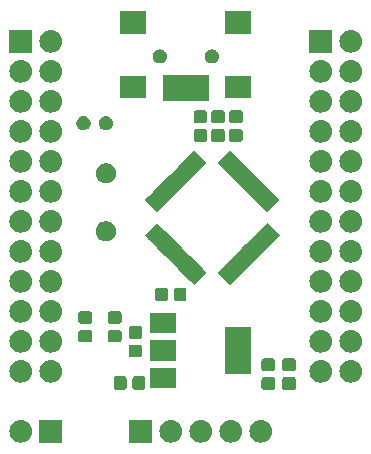
<source format=gts>
G04 #@! TF.GenerationSoftware,KiCad,Pcbnew,5.0.2+dfsg1-1*
G04 #@! TF.CreationDate,2019-02-01T15:12:52+03:00*
G04 #@! TF.ProjectId,stm32_48pin,73746d33-325f-4343-9870-696e2e6b6963,rev?*
G04 #@! TF.SameCoordinates,PX14fb180PY2625a00*
G04 #@! TF.FileFunction,Soldermask,Top*
G04 #@! TF.FilePolarity,Negative*
%FSLAX46Y46*%
G04 Gerber Fmt 4.6, Leading zero omitted, Abs format (unit mm)*
G04 Created by KiCad (PCBNEW 5.0.2+dfsg1-1) date Пт 01 фев 2019 15:12:52*
%MOMM*%
%LPD*%
G01*
G04 APERTURE LIST*
%ADD10C,0.100000*%
G04 APERTURE END LIST*
D10*
G36*
X13650000Y-39050000D02*
X11750000Y-39050000D01*
X11750000Y-37150000D01*
X13650000Y-37150000D01*
X13650000Y-39050000D01*
X13650000Y-39050000D01*
G37*
G36*
X20482971Y-37161455D02*
X20506232Y-37163746D01*
X20685308Y-37218068D01*
X20850345Y-37306282D01*
X20995001Y-37424999D01*
X21113718Y-37569655D01*
X21201932Y-37734692D01*
X21201932Y-37734693D01*
X21256254Y-37913769D01*
X21274597Y-38100000D01*
X21257899Y-38269534D01*
X21256254Y-38286232D01*
X21201932Y-38465308D01*
X21113718Y-38630345D01*
X20995001Y-38775001D01*
X20850345Y-38893718D01*
X20685308Y-38981932D01*
X20506232Y-39036254D01*
X20482971Y-39038545D01*
X20366670Y-39050000D01*
X20273330Y-39050000D01*
X20157029Y-39038545D01*
X20133768Y-39036254D01*
X19954692Y-38981932D01*
X19789655Y-38893718D01*
X19644999Y-38775001D01*
X19526282Y-38630345D01*
X19438068Y-38465308D01*
X19383746Y-38286232D01*
X19382101Y-38269534D01*
X19365403Y-38100000D01*
X19383746Y-37913769D01*
X19438068Y-37734693D01*
X19438068Y-37734692D01*
X19526282Y-37569655D01*
X19644999Y-37424999D01*
X19789655Y-37306282D01*
X19954692Y-37218068D01*
X20133768Y-37163746D01*
X20157029Y-37161455D01*
X20273330Y-37150000D01*
X20366670Y-37150000D01*
X20482971Y-37161455D01*
X20482971Y-37161455D01*
G37*
G36*
X2702971Y-37161455D02*
X2726232Y-37163746D01*
X2905308Y-37218068D01*
X3070345Y-37306282D01*
X3215001Y-37424999D01*
X3333718Y-37569655D01*
X3421932Y-37734692D01*
X3421932Y-37734693D01*
X3476254Y-37913769D01*
X3494597Y-38100000D01*
X3477899Y-38269534D01*
X3476254Y-38286232D01*
X3421932Y-38465308D01*
X3333718Y-38630345D01*
X3215001Y-38775001D01*
X3070345Y-38893718D01*
X2905308Y-38981932D01*
X2726232Y-39036254D01*
X2702971Y-39038545D01*
X2586670Y-39050000D01*
X2493330Y-39050000D01*
X2377029Y-39038545D01*
X2353768Y-39036254D01*
X2174692Y-38981932D01*
X2009655Y-38893718D01*
X1864999Y-38775001D01*
X1746282Y-38630345D01*
X1658068Y-38465308D01*
X1603746Y-38286232D01*
X1602101Y-38269534D01*
X1585403Y-38100000D01*
X1603746Y-37913769D01*
X1658068Y-37734693D01*
X1658068Y-37734692D01*
X1746282Y-37569655D01*
X1864999Y-37424999D01*
X2009655Y-37306282D01*
X2174692Y-37218068D01*
X2353768Y-37163746D01*
X2377029Y-37161455D01*
X2493330Y-37150000D01*
X2586670Y-37150000D01*
X2702971Y-37161455D01*
X2702971Y-37161455D01*
G37*
G36*
X6030000Y-39050000D02*
X4130000Y-39050000D01*
X4130000Y-37150000D01*
X6030000Y-37150000D01*
X6030000Y-39050000D01*
X6030000Y-39050000D01*
G37*
G36*
X23022971Y-37161455D02*
X23046232Y-37163746D01*
X23225308Y-37218068D01*
X23390345Y-37306282D01*
X23535001Y-37424999D01*
X23653718Y-37569655D01*
X23741932Y-37734692D01*
X23741932Y-37734693D01*
X23796254Y-37913769D01*
X23814597Y-38100000D01*
X23797899Y-38269534D01*
X23796254Y-38286232D01*
X23741932Y-38465308D01*
X23653718Y-38630345D01*
X23535001Y-38775001D01*
X23390345Y-38893718D01*
X23225308Y-38981932D01*
X23046232Y-39036254D01*
X23022971Y-39038545D01*
X22906670Y-39050000D01*
X22813330Y-39050000D01*
X22697029Y-39038545D01*
X22673768Y-39036254D01*
X22494692Y-38981932D01*
X22329655Y-38893718D01*
X22184999Y-38775001D01*
X22066282Y-38630345D01*
X21978068Y-38465308D01*
X21923746Y-38286232D01*
X21922101Y-38269534D01*
X21905403Y-38100000D01*
X21923746Y-37913769D01*
X21978068Y-37734693D01*
X21978068Y-37734692D01*
X22066282Y-37569655D01*
X22184999Y-37424999D01*
X22329655Y-37306282D01*
X22494692Y-37218068D01*
X22673768Y-37163746D01*
X22697029Y-37161455D01*
X22813330Y-37150000D01*
X22906670Y-37150000D01*
X23022971Y-37161455D01*
X23022971Y-37161455D01*
G37*
G36*
X17942971Y-37161455D02*
X17966232Y-37163746D01*
X18145308Y-37218068D01*
X18310345Y-37306282D01*
X18455001Y-37424999D01*
X18573718Y-37569655D01*
X18661932Y-37734692D01*
X18661932Y-37734693D01*
X18716254Y-37913769D01*
X18734597Y-38100000D01*
X18717899Y-38269534D01*
X18716254Y-38286232D01*
X18661932Y-38465308D01*
X18573718Y-38630345D01*
X18455001Y-38775001D01*
X18310345Y-38893718D01*
X18145308Y-38981932D01*
X17966232Y-39036254D01*
X17942971Y-39038545D01*
X17826670Y-39050000D01*
X17733330Y-39050000D01*
X17617029Y-39038545D01*
X17593768Y-39036254D01*
X17414692Y-38981932D01*
X17249655Y-38893718D01*
X17104999Y-38775001D01*
X16986282Y-38630345D01*
X16898068Y-38465308D01*
X16843746Y-38286232D01*
X16842101Y-38269534D01*
X16825403Y-38100000D01*
X16843746Y-37913769D01*
X16898068Y-37734693D01*
X16898068Y-37734692D01*
X16986282Y-37569655D01*
X17104999Y-37424999D01*
X17249655Y-37306282D01*
X17414692Y-37218068D01*
X17593768Y-37163746D01*
X17617029Y-37161455D01*
X17733330Y-37150000D01*
X17826670Y-37150000D01*
X17942971Y-37161455D01*
X17942971Y-37161455D01*
G37*
G36*
X15402971Y-37161455D02*
X15426232Y-37163746D01*
X15605308Y-37218068D01*
X15770345Y-37306282D01*
X15915001Y-37424999D01*
X16033718Y-37569655D01*
X16121932Y-37734692D01*
X16121932Y-37734693D01*
X16176254Y-37913769D01*
X16194597Y-38100000D01*
X16177899Y-38269534D01*
X16176254Y-38286232D01*
X16121932Y-38465308D01*
X16033718Y-38630345D01*
X15915001Y-38775001D01*
X15770345Y-38893718D01*
X15605308Y-38981932D01*
X15426232Y-39036254D01*
X15402971Y-39038545D01*
X15286670Y-39050000D01*
X15193330Y-39050000D01*
X15077029Y-39038545D01*
X15053768Y-39036254D01*
X14874692Y-38981932D01*
X14709655Y-38893718D01*
X14564999Y-38775001D01*
X14446282Y-38630345D01*
X14358068Y-38465308D01*
X14303746Y-38286232D01*
X14302101Y-38269534D01*
X14285403Y-38100000D01*
X14303746Y-37913769D01*
X14358068Y-37734693D01*
X14358068Y-37734692D01*
X14446282Y-37569655D01*
X14564999Y-37424999D01*
X14709655Y-37306282D01*
X14874692Y-37218068D01*
X15053768Y-37163746D01*
X15077029Y-37161455D01*
X15193330Y-37150000D01*
X15286670Y-37150000D01*
X15402971Y-37161455D01*
X15402971Y-37161455D01*
G37*
G36*
X25648830Y-33504677D02*
X25689776Y-33517098D01*
X25727510Y-33537267D01*
X25760587Y-33564413D01*
X25787733Y-33597490D01*
X25807902Y-33635224D01*
X25820323Y-33676170D01*
X25825000Y-33723658D01*
X25825000Y-34351342D01*
X25820323Y-34398830D01*
X25807902Y-34439776D01*
X25787733Y-34477510D01*
X25760587Y-34510587D01*
X25727510Y-34537733D01*
X25689776Y-34557902D01*
X25648830Y-34570323D01*
X25601342Y-34575000D01*
X24898658Y-34575000D01*
X24851170Y-34570323D01*
X24810224Y-34557902D01*
X24772490Y-34537733D01*
X24739413Y-34510587D01*
X24712267Y-34477510D01*
X24692098Y-34439776D01*
X24679677Y-34398830D01*
X24675000Y-34351342D01*
X24675000Y-33723658D01*
X24679677Y-33676170D01*
X24692098Y-33635224D01*
X24712267Y-33597490D01*
X24739413Y-33564413D01*
X24772490Y-33537267D01*
X24810224Y-33517098D01*
X24851170Y-33504677D01*
X24898658Y-33500000D01*
X25601342Y-33500000D01*
X25648830Y-33504677D01*
X25648830Y-33504677D01*
G37*
G36*
X23898830Y-33504677D02*
X23939776Y-33517098D01*
X23977510Y-33537267D01*
X24010587Y-33564413D01*
X24037733Y-33597490D01*
X24057902Y-33635224D01*
X24070323Y-33676170D01*
X24075000Y-33723658D01*
X24075000Y-34351342D01*
X24070323Y-34398830D01*
X24057902Y-34439776D01*
X24037733Y-34477510D01*
X24010587Y-34510587D01*
X23977510Y-34537733D01*
X23939776Y-34557902D01*
X23898830Y-34570323D01*
X23851342Y-34575000D01*
X23148658Y-34575000D01*
X23101170Y-34570323D01*
X23060224Y-34557902D01*
X23022490Y-34537733D01*
X22989413Y-34510587D01*
X22962267Y-34477510D01*
X22942098Y-34439776D01*
X22929677Y-34398830D01*
X22925000Y-34351342D01*
X22925000Y-33723658D01*
X22929677Y-33676170D01*
X22942098Y-33635224D01*
X22962267Y-33597490D01*
X22989413Y-33564413D01*
X23022490Y-33537267D01*
X23060224Y-33517098D01*
X23101170Y-33504677D01*
X23148658Y-33500000D01*
X23851342Y-33500000D01*
X23898830Y-33504677D01*
X23898830Y-33504677D01*
G37*
G36*
X11323830Y-33429677D02*
X11364776Y-33442098D01*
X11402510Y-33462267D01*
X11435587Y-33489413D01*
X11462733Y-33522490D01*
X11482902Y-33560224D01*
X11495323Y-33601170D01*
X11500000Y-33648658D01*
X11500000Y-34351342D01*
X11495323Y-34398830D01*
X11482902Y-34439776D01*
X11462733Y-34477510D01*
X11435587Y-34510587D01*
X11402510Y-34537733D01*
X11364776Y-34557902D01*
X11323830Y-34570323D01*
X11276342Y-34575000D01*
X10648658Y-34575000D01*
X10601170Y-34570323D01*
X10560224Y-34557902D01*
X10522490Y-34537733D01*
X10489413Y-34510587D01*
X10462267Y-34477510D01*
X10442098Y-34439776D01*
X10429677Y-34398830D01*
X10425000Y-34351342D01*
X10425000Y-33648658D01*
X10429677Y-33601170D01*
X10442098Y-33560224D01*
X10462267Y-33522490D01*
X10489413Y-33489413D01*
X10522490Y-33462267D01*
X10560224Y-33442098D01*
X10601170Y-33429677D01*
X10648658Y-33425000D01*
X11276342Y-33425000D01*
X11323830Y-33429677D01*
X11323830Y-33429677D01*
G37*
G36*
X12898830Y-33429677D02*
X12939776Y-33442098D01*
X12977510Y-33462267D01*
X13010587Y-33489413D01*
X13037733Y-33522490D01*
X13057902Y-33560224D01*
X13070323Y-33601170D01*
X13075000Y-33648658D01*
X13075000Y-34351342D01*
X13070323Y-34398830D01*
X13057902Y-34439776D01*
X13037733Y-34477510D01*
X13010587Y-34510587D01*
X12977510Y-34537733D01*
X12939776Y-34557902D01*
X12898830Y-34570323D01*
X12851342Y-34575000D01*
X12223658Y-34575000D01*
X12176170Y-34570323D01*
X12135224Y-34557902D01*
X12097490Y-34537733D01*
X12064413Y-34510587D01*
X12037267Y-34477510D01*
X12017098Y-34439776D01*
X12004677Y-34398830D01*
X12000000Y-34351342D01*
X12000000Y-33648658D01*
X12004677Y-33601170D01*
X12017098Y-33560224D01*
X12037267Y-33522490D01*
X12064413Y-33489413D01*
X12097490Y-33462267D01*
X12135224Y-33442098D01*
X12176170Y-33429677D01*
X12223658Y-33425000D01*
X12851342Y-33425000D01*
X12898830Y-33429677D01*
X12898830Y-33429677D01*
G37*
G36*
X15700000Y-34400000D02*
X13500000Y-34400000D01*
X13500000Y-32700000D01*
X15700000Y-32700000D01*
X15700000Y-34400000D01*
X15700000Y-34400000D01*
G37*
G36*
X30642971Y-32081455D02*
X30666232Y-32083746D01*
X30845308Y-32138068D01*
X31010345Y-32226282D01*
X31155001Y-32344999D01*
X31273718Y-32489655D01*
X31361932Y-32654692D01*
X31398834Y-32776342D01*
X31416254Y-32833769D01*
X31434597Y-33020000D01*
X31417899Y-33189534D01*
X31416254Y-33206232D01*
X31361932Y-33385308D01*
X31273718Y-33550345D01*
X31155001Y-33695001D01*
X31010345Y-33813718D01*
X30845308Y-33901932D01*
X30666232Y-33956254D01*
X30642971Y-33958545D01*
X30526670Y-33970000D01*
X30433330Y-33970000D01*
X30317029Y-33958545D01*
X30293768Y-33956254D01*
X30114692Y-33901932D01*
X29949655Y-33813718D01*
X29804999Y-33695001D01*
X29686282Y-33550345D01*
X29598068Y-33385308D01*
X29543746Y-33206232D01*
X29542101Y-33189534D01*
X29525403Y-33020000D01*
X29543746Y-32833769D01*
X29561166Y-32776342D01*
X29598068Y-32654692D01*
X29686282Y-32489655D01*
X29804999Y-32344999D01*
X29949655Y-32226282D01*
X30114692Y-32138068D01*
X30293768Y-32083746D01*
X30317029Y-32081455D01*
X30433330Y-32070000D01*
X30526670Y-32070000D01*
X30642971Y-32081455D01*
X30642971Y-32081455D01*
G37*
G36*
X2702971Y-32081455D02*
X2726232Y-32083746D01*
X2905308Y-32138068D01*
X3070345Y-32226282D01*
X3215001Y-32344999D01*
X3333718Y-32489655D01*
X3421932Y-32654692D01*
X3458834Y-32776342D01*
X3476254Y-32833769D01*
X3494597Y-33020000D01*
X3477899Y-33189534D01*
X3476254Y-33206232D01*
X3421932Y-33385308D01*
X3333718Y-33550345D01*
X3215001Y-33695001D01*
X3070345Y-33813718D01*
X2905308Y-33901932D01*
X2726232Y-33956254D01*
X2702971Y-33958545D01*
X2586670Y-33970000D01*
X2493330Y-33970000D01*
X2377029Y-33958545D01*
X2353768Y-33956254D01*
X2174692Y-33901932D01*
X2009655Y-33813718D01*
X1864999Y-33695001D01*
X1746282Y-33550345D01*
X1658068Y-33385308D01*
X1603746Y-33206232D01*
X1602101Y-33189534D01*
X1585403Y-33020000D01*
X1603746Y-32833769D01*
X1621166Y-32776342D01*
X1658068Y-32654692D01*
X1746282Y-32489655D01*
X1864999Y-32344999D01*
X2009655Y-32226282D01*
X2174692Y-32138068D01*
X2353768Y-32083746D01*
X2377029Y-32081455D01*
X2493330Y-32070000D01*
X2586670Y-32070000D01*
X2702971Y-32081455D01*
X2702971Y-32081455D01*
G37*
G36*
X5242971Y-32081455D02*
X5266232Y-32083746D01*
X5445308Y-32138068D01*
X5610345Y-32226282D01*
X5755001Y-32344999D01*
X5873718Y-32489655D01*
X5961932Y-32654692D01*
X5998834Y-32776342D01*
X6016254Y-32833769D01*
X6034597Y-33020000D01*
X6017899Y-33189534D01*
X6016254Y-33206232D01*
X5961932Y-33385308D01*
X5873718Y-33550345D01*
X5755001Y-33695001D01*
X5610345Y-33813718D01*
X5445308Y-33901932D01*
X5266232Y-33956254D01*
X5242971Y-33958545D01*
X5126670Y-33970000D01*
X5033330Y-33970000D01*
X4917029Y-33958545D01*
X4893768Y-33956254D01*
X4714692Y-33901932D01*
X4549655Y-33813718D01*
X4404999Y-33695001D01*
X4286282Y-33550345D01*
X4198068Y-33385308D01*
X4143746Y-33206232D01*
X4142101Y-33189534D01*
X4125403Y-33020000D01*
X4143746Y-32833769D01*
X4161166Y-32776342D01*
X4198068Y-32654692D01*
X4286282Y-32489655D01*
X4404999Y-32344999D01*
X4549655Y-32226282D01*
X4714692Y-32138068D01*
X4893768Y-32083746D01*
X4917029Y-32081455D01*
X5033330Y-32070000D01*
X5126670Y-32070000D01*
X5242971Y-32081455D01*
X5242971Y-32081455D01*
G37*
G36*
X28102971Y-32081455D02*
X28126232Y-32083746D01*
X28305308Y-32138068D01*
X28470345Y-32226282D01*
X28615001Y-32344999D01*
X28733718Y-32489655D01*
X28821932Y-32654692D01*
X28858834Y-32776342D01*
X28876254Y-32833769D01*
X28894597Y-33020000D01*
X28877899Y-33189534D01*
X28876254Y-33206232D01*
X28821932Y-33385308D01*
X28733718Y-33550345D01*
X28615001Y-33695001D01*
X28470345Y-33813718D01*
X28305308Y-33901932D01*
X28126232Y-33956254D01*
X28102971Y-33958545D01*
X27986670Y-33970000D01*
X27893330Y-33970000D01*
X27777029Y-33958545D01*
X27753768Y-33956254D01*
X27574692Y-33901932D01*
X27409655Y-33813718D01*
X27264999Y-33695001D01*
X27146282Y-33550345D01*
X27058068Y-33385308D01*
X27003746Y-33206232D01*
X27002101Y-33189534D01*
X26985403Y-33020000D01*
X27003746Y-32833769D01*
X27021166Y-32776342D01*
X27058068Y-32654692D01*
X27146282Y-32489655D01*
X27264999Y-32344999D01*
X27409655Y-32226282D01*
X27574692Y-32138068D01*
X27753768Y-32083746D01*
X27777029Y-32081455D01*
X27893330Y-32070000D01*
X27986670Y-32070000D01*
X28102971Y-32081455D01*
X28102971Y-32081455D01*
G37*
G36*
X22000000Y-33250000D02*
X19800000Y-33250000D01*
X19800000Y-29250000D01*
X22000000Y-29250000D01*
X22000000Y-33250000D01*
X22000000Y-33250000D01*
G37*
G36*
X25648830Y-31929677D02*
X25689776Y-31942098D01*
X25727510Y-31962267D01*
X25760587Y-31989413D01*
X25787733Y-32022490D01*
X25807902Y-32060224D01*
X25820323Y-32101170D01*
X25825000Y-32148658D01*
X25825000Y-32776342D01*
X25820323Y-32823830D01*
X25807902Y-32864776D01*
X25787733Y-32902510D01*
X25760587Y-32935587D01*
X25727510Y-32962733D01*
X25689776Y-32982902D01*
X25648830Y-32995323D01*
X25601342Y-33000000D01*
X24898658Y-33000000D01*
X24851170Y-32995323D01*
X24810224Y-32982902D01*
X24772490Y-32962733D01*
X24739413Y-32935587D01*
X24712267Y-32902510D01*
X24692098Y-32864776D01*
X24679677Y-32823830D01*
X24675000Y-32776342D01*
X24675000Y-32148658D01*
X24679677Y-32101170D01*
X24692098Y-32060224D01*
X24712267Y-32022490D01*
X24739413Y-31989413D01*
X24772490Y-31962267D01*
X24810224Y-31942098D01*
X24851170Y-31929677D01*
X24898658Y-31925000D01*
X25601342Y-31925000D01*
X25648830Y-31929677D01*
X25648830Y-31929677D01*
G37*
G36*
X23898830Y-31929677D02*
X23939776Y-31942098D01*
X23977510Y-31962267D01*
X24010587Y-31989413D01*
X24037733Y-32022490D01*
X24057902Y-32060224D01*
X24070323Y-32101170D01*
X24075000Y-32148658D01*
X24075000Y-32776342D01*
X24070323Y-32823830D01*
X24057902Y-32864776D01*
X24037733Y-32902510D01*
X24010587Y-32935587D01*
X23977510Y-32962733D01*
X23939776Y-32982902D01*
X23898830Y-32995323D01*
X23851342Y-33000000D01*
X23148658Y-33000000D01*
X23101170Y-32995323D01*
X23060224Y-32982902D01*
X23022490Y-32962733D01*
X22989413Y-32935587D01*
X22962267Y-32902510D01*
X22942098Y-32864776D01*
X22929677Y-32823830D01*
X22925000Y-32776342D01*
X22925000Y-32148658D01*
X22929677Y-32101170D01*
X22942098Y-32060224D01*
X22962267Y-32022490D01*
X22989413Y-31989413D01*
X23022490Y-31962267D01*
X23060224Y-31942098D01*
X23101170Y-31929677D01*
X23148658Y-31925000D01*
X23851342Y-31925000D01*
X23898830Y-31929677D01*
X23898830Y-31929677D01*
G37*
G36*
X15700000Y-32100000D02*
X13500000Y-32100000D01*
X13500000Y-30400000D01*
X15700000Y-30400000D01*
X15700000Y-32100000D01*
X15700000Y-32100000D01*
G37*
G36*
X12648830Y-30754677D02*
X12689776Y-30767098D01*
X12727510Y-30787267D01*
X12760587Y-30814413D01*
X12787733Y-30847490D01*
X12807902Y-30885224D01*
X12820323Y-30926170D01*
X12825000Y-30973658D01*
X12825000Y-31601342D01*
X12820323Y-31648830D01*
X12807902Y-31689776D01*
X12787733Y-31727510D01*
X12760587Y-31760587D01*
X12727510Y-31787733D01*
X12689776Y-31807902D01*
X12648830Y-31820323D01*
X12601342Y-31825000D01*
X11898658Y-31825000D01*
X11851170Y-31820323D01*
X11810224Y-31807902D01*
X11772490Y-31787733D01*
X11739413Y-31760587D01*
X11712267Y-31727510D01*
X11692098Y-31689776D01*
X11679677Y-31648830D01*
X11675000Y-31601342D01*
X11675000Y-30973658D01*
X11679677Y-30926170D01*
X11692098Y-30885224D01*
X11712267Y-30847490D01*
X11739413Y-30814413D01*
X11772490Y-30787267D01*
X11810224Y-30767098D01*
X11851170Y-30754677D01*
X11898658Y-30750000D01*
X12601342Y-30750000D01*
X12648830Y-30754677D01*
X12648830Y-30754677D01*
G37*
G36*
X2702971Y-29541455D02*
X2726232Y-29543746D01*
X2905308Y-29598068D01*
X3070345Y-29686282D01*
X3215001Y-29804999D01*
X3333718Y-29949655D01*
X3421932Y-30114692D01*
X3461558Y-30245323D01*
X3476254Y-30293769D01*
X3494597Y-30480000D01*
X3477899Y-30649534D01*
X3476254Y-30666232D01*
X3421932Y-30845308D01*
X3333718Y-31010345D01*
X3215001Y-31155001D01*
X3070345Y-31273718D01*
X2905308Y-31361932D01*
X2726232Y-31416254D01*
X2702971Y-31418545D01*
X2586670Y-31430000D01*
X2493330Y-31430000D01*
X2377029Y-31418545D01*
X2353768Y-31416254D01*
X2174692Y-31361932D01*
X2009655Y-31273718D01*
X1864999Y-31155001D01*
X1746282Y-31010345D01*
X1658068Y-30845308D01*
X1603746Y-30666232D01*
X1602101Y-30649534D01*
X1585403Y-30480000D01*
X1603746Y-30293769D01*
X1618442Y-30245323D01*
X1658068Y-30114692D01*
X1746282Y-29949655D01*
X1864999Y-29804999D01*
X2009655Y-29686282D01*
X2174692Y-29598068D01*
X2353768Y-29543746D01*
X2377029Y-29541455D01*
X2493330Y-29530000D01*
X2586670Y-29530000D01*
X2702971Y-29541455D01*
X2702971Y-29541455D01*
G37*
G36*
X30642971Y-29541455D02*
X30666232Y-29543746D01*
X30845308Y-29598068D01*
X31010345Y-29686282D01*
X31155001Y-29804999D01*
X31273718Y-29949655D01*
X31361932Y-30114692D01*
X31401558Y-30245323D01*
X31416254Y-30293769D01*
X31434597Y-30480000D01*
X31417899Y-30649534D01*
X31416254Y-30666232D01*
X31361932Y-30845308D01*
X31273718Y-31010345D01*
X31155001Y-31155001D01*
X31010345Y-31273718D01*
X30845308Y-31361932D01*
X30666232Y-31416254D01*
X30642971Y-31418545D01*
X30526670Y-31430000D01*
X30433330Y-31430000D01*
X30317029Y-31418545D01*
X30293768Y-31416254D01*
X30114692Y-31361932D01*
X29949655Y-31273718D01*
X29804999Y-31155001D01*
X29686282Y-31010345D01*
X29598068Y-30845308D01*
X29543746Y-30666232D01*
X29542101Y-30649534D01*
X29525403Y-30480000D01*
X29543746Y-30293769D01*
X29558442Y-30245323D01*
X29598068Y-30114692D01*
X29686282Y-29949655D01*
X29804999Y-29804999D01*
X29949655Y-29686282D01*
X30114692Y-29598068D01*
X30293768Y-29543746D01*
X30317029Y-29541455D01*
X30433330Y-29530000D01*
X30526670Y-29530000D01*
X30642971Y-29541455D01*
X30642971Y-29541455D01*
G37*
G36*
X28102971Y-29541455D02*
X28126232Y-29543746D01*
X28305308Y-29598068D01*
X28470345Y-29686282D01*
X28615001Y-29804999D01*
X28733718Y-29949655D01*
X28821932Y-30114692D01*
X28861558Y-30245323D01*
X28876254Y-30293769D01*
X28894597Y-30480000D01*
X28877899Y-30649534D01*
X28876254Y-30666232D01*
X28821932Y-30845308D01*
X28733718Y-31010345D01*
X28615001Y-31155001D01*
X28470345Y-31273718D01*
X28305308Y-31361932D01*
X28126232Y-31416254D01*
X28102971Y-31418545D01*
X27986670Y-31430000D01*
X27893330Y-31430000D01*
X27777029Y-31418545D01*
X27753768Y-31416254D01*
X27574692Y-31361932D01*
X27409655Y-31273718D01*
X27264999Y-31155001D01*
X27146282Y-31010345D01*
X27058068Y-30845308D01*
X27003746Y-30666232D01*
X27002101Y-30649534D01*
X26985403Y-30480000D01*
X27003746Y-30293769D01*
X27018442Y-30245323D01*
X27058068Y-30114692D01*
X27146282Y-29949655D01*
X27264999Y-29804999D01*
X27409655Y-29686282D01*
X27574692Y-29598068D01*
X27753768Y-29543746D01*
X27777029Y-29541455D01*
X27893330Y-29530000D01*
X27986670Y-29530000D01*
X28102971Y-29541455D01*
X28102971Y-29541455D01*
G37*
G36*
X5242971Y-29541455D02*
X5266232Y-29543746D01*
X5445308Y-29598068D01*
X5610345Y-29686282D01*
X5755001Y-29804999D01*
X5873718Y-29949655D01*
X5961932Y-30114692D01*
X6001558Y-30245323D01*
X6016254Y-30293769D01*
X6034597Y-30480000D01*
X6017899Y-30649534D01*
X6016254Y-30666232D01*
X5961932Y-30845308D01*
X5873718Y-31010345D01*
X5755001Y-31155001D01*
X5610345Y-31273718D01*
X5445308Y-31361932D01*
X5266232Y-31416254D01*
X5242971Y-31418545D01*
X5126670Y-31430000D01*
X5033330Y-31430000D01*
X4917029Y-31418545D01*
X4893768Y-31416254D01*
X4714692Y-31361932D01*
X4549655Y-31273718D01*
X4404999Y-31155001D01*
X4286282Y-31010345D01*
X4198068Y-30845308D01*
X4143746Y-30666232D01*
X4142101Y-30649534D01*
X4125403Y-30480000D01*
X4143746Y-30293769D01*
X4158442Y-30245323D01*
X4198068Y-30114692D01*
X4286282Y-29949655D01*
X4404999Y-29804999D01*
X4549655Y-29686282D01*
X4714692Y-29598068D01*
X4893768Y-29543746D01*
X4917029Y-29541455D01*
X5033330Y-29530000D01*
X5126670Y-29530000D01*
X5242971Y-29541455D01*
X5242971Y-29541455D01*
G37*
G36*
X10898830Y-29504677D02*
X10939776Y-29517098D01*
X10977510Y-29537267D01*
X11010587Y-29564413D01*
X11037733Y-29597490D01*
X11057902Y-29635224D01*
X11070323Y-29676170D01*
X11075000Y-29723658D01*
X11075000Y-30351342D01*
X11070323Y-30398830D01*
X11057902Y-30439776D01*
X11037733Y-30477510D01*
X11010587Y-30510587D01*
X10977510Y-30537733D01*
X10939776Y-30557902D01*
X10898830Y-30570323D01*
X10851342Y-30575000D01*
X10148658Y-30575000D01*
X10101170Y-30570323D01*
X10060224Y-30557902D01*
X10022490Y-30537733D01*
X9989413Y-30510587D01*
X9962267Y-30477510D01*
X9942098Y-30439776D01*
X9929677Y-30398830D01*
X9925000Y-30351342D01*
X9925000Y-29723658D01*
X9929677Y-29676170D01*
X9942098Y-29635224D01*
X9962267Y-29597490D01*
X9989413Y-29564413D01*
X10022490Y-29537267D01*
X10060224Y-29517098D01*
X10101170Y-29504677D01*
X10148658Y-29500000D01*
X10851342Y-29500000D01*
X10898830Y-29504677D01*
X10898830Y-29504677D01*
G37*
G36*
X8398830Y-29504677D02*
X8439776Y-29517098D01*
X8477510Y-29537267D01*
X8510587Y-29564413D01*
X8537733Y-29597490D01*
X8557902Y-29635224D01*
X8570323Y-29676170D01*
X8575000Y-29723658D01*
X8575000Y-30351342D01*
X8570323Y-30398830D01*
X8557902Y-30439776D01*
X8537733Y-30477510D01*
X8510587Y-30510587D01*
X8477510Y-30537733D01*
X8439776Y-30557902D01*
X8398830Y-30570323D01*
X8351342Y-30575000D01*
X7648658Y-30575000D01*
X7601170Y-30570323D01*
X7560224Y-30557902D01*
X7522490Y-30537733D01*
X7489413Y-30510587D01*
X7462267Y-30477510D01*
X7442098Y-30439776D01*
X7429677Y-30398830D01*
X7425000Y-30351342D01*
X7425000Y-29723658D01*
X7429677Y-29676170D01*
X7442098Y-29635224D01*
X7462267Y-29597490D01*
X7489413Y-29564413D01*
X7522490Y-29537267D01*
X7560224Y-29517098D01*
X7601170Y-29504677D01*
X7648658Y-29500000D01*
X8351342Y-29500000D01*
X8398830Y-29504677D01*
X8398830Y-29504677D01*
G37*
G36*
X12648830Y-29179677D02*
X12689776Y-29192098D01*
X12727510Y-29212267D01*
X12760587Y-29239413D01*
X12787733Y-29272490D01*
X12807902Y-29310224D01*
X12820323Y-29351170D01*
X12825000Y-29398658D01*
X12825000Y-30026342D01*
X12820323Y-30073830D01*
X12807902Y-30114776D01*
X12787733Y-30152510D01*
X12760587Y-30185587D01*
X12727510Y-30212733D01*
X12689776Y-30232902D01*
X12648830Y-30245323D01*
X12601342Y-30250000D01*
X11898658Y-30250000D01*
X11851170Y-30245323D01*
X11810224Y-30232902D01*
X11772490Y-30212733D01*
X11739413Y-30185587D01*
X11712267Y-30152510D01*
X11692098Y-30114776D01*
X11679677Y-30073830D01*
X11675000Y-30026342D01*
X11675000Y-29398658D01*
X11679677Y-29351170D01*
X11692098Y-29310224D01*
X11712267Y-29272490D01*
X11739413Y-29239413D01*
X11772490Y-29212267D01*
X11810224Y-29192098D01*
X11851170Y-29179677D01*
X11898658Y-29175000D01*
X12601342Y-29175000D01*
X12648830Y-29179677D01*
X12648830Y-29179677D01*
G37*
G36*
X15700000Y-29800000D02*
X13500000Y-29800000D01*
X13500000Y-28100000D01*
X15700000Y-28100000D01*
X15700000Y-29800000D01*
X15700000Y-29800000D01*
G37*
G36*
X10898830Y-27929677D02*
X10939776Y-27942098D01*
X10977510Y-27962267D01*
X11010587Y-27989413D01*
X11037733Y-28022490D01*
X11057902Y-28060224D01*
X11070323Y-28101170D01*
X11075000Y-28148658D01*
X11075000Y-28776342D01*
X11070323Y-28823830D01*
X11057902Y-28864776D01*
X11037733Y-28902510D01*
X11010587Y-28935587D01*
X10977510Y-28962733D01*
X10939776Y-28982902D01*
X10898830Y-28995323D01*
X10851342Y-29000000D01*
X10148658Y-29000000D01*
X10101170Y-28995323D01*
X10060224Y-28982902D01*
X10022490Y-28962733D01*
X9989413Y-28935587D01*
X9962267Y-28902510D01*
X9942098Y-28864776D01*
X9929677Y-28823830D01*
X9925000Y-28776342D01*
X9925000Y-28148658D01*
X9929677Y-28101170D01*
X9942098Y-28060224D01*
X9962267Y-28022490D01*
X9989413Y-27989413D01*
X10022490Y-27962267D01*
X10060224Y-27942098D01*
X10101170Y-27929677D01*
X10148658Y-27925000D01*
X10851342Y-27925000D01*
X10898830Y-27929677D01*
X10898830Y-27929677D01*
G37*
G36*
X8398830Y-27929677D02*
X8439776Y-27942098D01*
X8477510Y-27962267D01*
X8510587Y-27989413D01*
X8537733Y-28022490D01*
X8557902Y-28060224D01*
X8570323Y-28101170D01*
X8575000Y-28148658D01*
X8575000Y-28776342D01*
X8570323Y-28823830D01*
X8557902Y-28864776D01*
X8537733Y-28902510D01*
X8510587Y-28935587D01*
X8477510Y-28962733D01*
X8439776Y-28982902D01*
X8398830Y-28995323D01*
X8351342Y-29000000D01*
X7648658Y-29000000D01*
X7601170Y-28995323D01*
X7560224Y-28982902D01*
X7522490Y-28962733D01*
X7489413Y-28935587D01*
X7462267Y-28902510D01*
X7442098Y-28864776D01*
X7429677Y-28823830D01*
X7425000Y-28776342D01*
X7425000Y-28148658D01*
X7429677Y-28101170D01*
X7442098Y-28060224D01*
X7462267Y-28022490D01*
X7489413Y-27989413D01*
X7522490Y-27962267D01*
X7560224Y-27942098D01*
X7601170Y-27929677D01*
X7648658Y-27925000D01*
X8351342Y-27925000D01*
X8398830Y-27929677D01*
X8398830Y-27929677D01*
G37*
G36*
X5242971Y-27001455D02*
X5266232Y-27003746D01*
X5445308Y-27058068D01*
X5610345Y-27146282D01*
X5755001Y-27264999D01*
X5873718Y-27409655D01*
X5961932Y-27574692D01*
X5961932Y-27574693D01*
X6016254Y-27753769D01*
X6034597Y-27940000D01*
X6018838Y-28100000D01*
X6016254Y-28126232D01*
X5961932Y-28305308D01*
X5873718Y-28470345D01*
X5755001Y-28615001D01*
X5610345Y-28733718D01*
X5445308Y-28821932D01*
X5266232Y-28876254D01*
X5242971Y-28878545D01*
X5126670Y-28890000D01*
X5033330Y-28890000D01*
X4917029Y-28878545D01*
X4893768Y-28876254D01*
X4714692Y-28821932D01*
X4549655Y-28733718D01*
X4404999Y-28615001D01*
X4286282Y-28470345D01*
X4198068Y-28305308D01*
X4143746Y-28126232D01*
X4141162Y-28100000D01*
X4125403Y-27940000D01*
X4143746Y-27753769D01*
X4198068Y-27574693D01*
X4198068Y-27574692D01*
X4286282Y-27409655D01*
X4404999Y-27264999D01*
X4549655Y-27146282D01*
X4714692Y-27058068D01*
X4893768Y-27003746D01*
X4917029Y-27001455D01*
X5033330Y-26990000D01*
X5126670Y-26990000D01*
X5242971Y-27001455D01*
X5242971Y-27001455D01*
G37*
G36*
X2702971Y-27001455D02*
X2726232Y-27003746D01*
X2905308Y-27058068D01*
X3070345Y-27146282D01*
X3215001Y-27264999D01*
X3333718Y-27409655D01*
X3421932Y-27574692D01*
X3421932Y-27574693D01*
X3476254Y-27753769D01*
X3494597Y-27940000D01*
X3478838Y-28100000D01*
X3476254Y-28126232D01*
X3421932Y-28305308D01*
X3333718Y-28470345D01*
X3215001Y-28615001D01*
X3070345Y-28733718D01*
X2905308Y-28821932D01*
X2726232Y-28876254D01*
X2702971Y-28878545D01*
X2586670Y-28890000D01*
X2493330Y-28890000D01*
X2377029Y-28878545D01*
X2353768Y-28876254D01*
X2174692Y-28821932D01*
X2009655Y-28733718D01*
X1864999Y-28615001D01*
X1746282Y-28470345D01*
X1658068Y-28305308D01*
X1603746Y-28126232D01*
X1601162Y-28100000D01*
X1585403Y-27940000D01*
X1603746Y-27753769D01*
X1658068Y-27574693D01*
X1658068Y-27574692D01*
X1746282Y-27409655D01*
X1864999Y-27264999D01*
X2009655Y-27146282D01*
X2174692Y-27058068D01*
X2353768Y-27003746D01*
X2377029Y-27001455D01*
X2493330Y-26990000D01*
X2586670Y-26990000D01*
X2702971Y-27001455D01*
X2702971Y-27001455D01*
G37*
G36*
X30642971Y-27001455D02*
X30666232Y-27003746D01*
X30845308Y-27058068D01*
X31010345Y-27146282D01*
X31155001Y-27264999D01*
X31273718Y-27409655D01*
X31361932Y-27574692D01*
X31361932Y-27574693D01*
X31416254Y-27753769D01*
X31434597Y-27940000D01*
X31418838Y-28100000D01*
X31416254Y-28126232D01*
X31361932Y-28305308D01*
X31273718Y-28470345D01*
X31155001Y-28615001D01*
X31010345Y-28733718D01*
X30845308Y-28821932D01*
X30666232Y-28876254D01*
X30642971Y-28878545D01*
X30526670Y-28890000D01*
X30433330Y-28890000D01*
X30317029Y-28878545D01*
X30293768Y-28876254D01*
X30114692Y-28821932D01*
X29949655Y-28733718D01*
X29804999Y-28615001D01*
X29686282Y-28470345D01*
X29598068Y-28305308D01*
X29543746Y-28126232D01*
X29541162Y-28100000D01*
X29525403Y-27940000D01*
X29543746Y-27753769D01*
X29598068Y-27574693D01*
X29598068Y-27574692D01*
X29686282Y-27409655D01*
X29804999Y-27264999D01*
X29949655Y-27146282D01*
X30114692Y-27058068D01*
X30293768Y-27003746D01*
X30317029Y-27001455D01*
X30433330Y-26990000D01*
X30526670Y-26990000D01*
X30642971Y-27001455D01*
X30642971Y-27001455D01*
G37*
G36*
X28102971Y-27001455D02*
X28126232Y-27003746D01*
X28305308Y-27058068D01*
X28470345Y-27146282D01*
X28615001Y-27264999D01*
X28733718Y-27409655D01*
X28821932Y-27574692D01*
X28821932Y-27574693D01*
X28876254Y-27753769D01*
X28894597Y-27940000D01*
X28878838Y-28100000D01*
X28876254Y-28126232D01*
X28821932Y-28305308D01*
X28733718Y-28470345D01*
X28615001Y-28615001D01*
X28470345Y-28733718D01*
X28305308Y-28821932D01*
X28126232Y-28876254D01*
X28102971Y-28878545D01*
X27986670Y-28890000D01*
X27893330Y-28890000D01*
X27777029Y-28878545D01*
X27753768Y-28876254D01*
X27574692Y-28821932D01*
X27409655Y-28733718D01*
X27264999Y-28615001D01*
X27146282Y-28470345D01*
X27058068Y-28305308D01*
X27003746Y-28126232D01*
X27001162Y-28100000D01*
X26985403Y-27940000D01*
X27003746Y-27753769D01*
X27058068Y-27574693D01*
X27058068Y-27574692D01*
X27146282Y-27409655D01*
X27264999Y-27264999D01*
X27409655Y-27146282D01*
X27574692Y-27058068D01*
X27753768Y-27003746D01*
X27777029Y-27001455D01*
X27893330Y-26990000D01*
X27986670Y-26990000D01*
X28102971Y-27001455D01*
X28102971Y-27001455D01*
G37*
G36*
X16398830Y-25929677D02*
X16439776Y-25942098D01*
X16477510Y-25962267D01*
X16510587Y-25989413D01*
X16537733Y-26022490D01*
X16557902Y-26060224D01*
X16570323Y-26101170D01*
X16575000Y-26148658D01*
X16575000Y-26851342D01*
X16570323Y-26898830D01*
X16557902Y-26939776D01*
X16537733Y-26977510D01*
X16510587Y-27010587D01*
X16477510Y-27037733D01*
X16439776Y-27057902D01*
X16398830Y-27070323D01*
X16351342Y-27075000D01*
X15723658Y-27075000D01*
X15676170Y-27070323D01*
X15635224Y-27057902D01*
X15597490Y-27037733D01*
X15564413Y-27010587D01*
X15537267Y-26977510D01*
X15517098Y-26939776D01*
X15504677Y-26898830D01*
X15500000Y-26851342D01*
X15500000Y-26148658D01*
X15504677Y-26101170D01*
X15517098Y-26060224D01*
X15537267Y-26022490D01*
X15564413Y-25989413D01*
X15597490Y-25962267D01*
X15635224Y-25942098D01*
X15676170Y-25929677D01*
X15723658Y-25925000D01*
X16351342Y-25925000D01*
X16398830Y-25929677D01*
X16398830Y-25929677D01*
G37*
G36*
X14823830Y-25929677D02*
X14864776Y-25942098D01*
X14902510Y-25962267D01*
X14935587Y-25989413D01*
X14962733Y-26022490D01*
X14982902Y-26060224D01*
X14995323Y-26101170D01*
X15000000Y-26148658D01*
X15000000Y-26851342D01*
X14995323Y-26898830D01*
X14982902Y-26939776D01*
X14962733Y-26977510D01*
X14935587Y-27010587D01*
X14902510Y-27037733D01*
X14864776Y-27057902D01*
X14823830Y-27070323D01*
X14776342Y-27075000D01*
X14148658Y-27075000D01*
X14101170Y-27070323D01*
X14060224Y-27057902D01*
X14022490Y-27037733D01*
X13989413Y-27010587D01*
X13962267Y-26977510D01*
X13942098Y-26939776D01*
X13929677Y-26898830D01*
X13925000Y-26851342D01*
X13925000Y-26148658D01*
X13929677Y-26101170D01*
X13942098Y-26060224D01*
X13962267Y-26022490D01*
X13989413Y-25989413D01*
X14022490Y-25962267D01*
X14060224Y-25942098D01*
X14101170Y-25929677D01*
X14148658Y-25925000D01*
X14776342Y-25925000D01*
X14823830Y-25929677D01*
X14823830Y-25929677D01*
G37*
G36*
X28102971Y-24461455D02*
X28126232Y-24463746D01*
X28305308Y-24518068D01*
X28470345Y-24606282D01*
X28615001Y-24724999D01*
X28733718Y-24869655D01*
X28821932Y-25034692D01*
X28876254Y-25213768D01*
X28876254Y-25213769D01*
X28894597Y-25400000D01*
X28877899Y-25569534D01*
X28876254Y-25586232D01*
X28821932Y-25765308D01*
X28733718Y-25930345D01*
X28615001Y-26075001D01*
X28470345Y-26193718D01*
X28305308Y-26281932D01*
X28126232Y-26336254D01*
X28102971Y-26338545D01*
X27986670Y-26350000D01*
X27893330Y-26350000D01*
X27777029Y-26338545D01*
X27753768Y-26336254D01*
X27574692Y-26281932D01*
X27409655Y-26193718D01*
X27264999Y-26075001D01*
X27146282Y-25930345D01*
X27058068Y-25765308D01*
X27003746Y-25586232D01*
X27002101Y-25569534D01*
X26985403Y-25400000D01*
X27003746Y-25213769D01*
X27003746Y-25213768D01*
X27058068Y-25034692D01*
X27146282Y-24869655D01*
X27264999Y-24724999D01*
X27409655Y-24606282D01*
X27574692Y-24518068D01*
X27753768Y-24463746D01*
X27777029Y-24461455D01*
X27893330Y-24450000D01*
X27986670Y-24450000D01*
X28102971Y-24461455D01*
X28102971Y-24461455D01*
G37*
G36*
X5242971Y-24461455D02*
X5266232Y-24463746D01*
X5445308Y-24518068D01*
X5610345Y-24606282D01*
X5755001Y-24724999D01*
X5873718Y-24869655D01*
X5961932Y-25034692D01*
X6016254Y-25213768D01*
X6016254Y-25213769D01*
X6034597Y-25400000D01*
X6017899Y-25569534D01*
X6016254Y-25586232D01*
X5961932Y-25765308D01*
X5873718Y-25930345D01*
X5755001Y-26075001D01*
X5610345Y-26193718D01*
X5445308Y-26281932D01*
X5266232Y-26336254D01*
X5242971Y-26338545D01*
X5126670Y-26350000D01*
X5033330Y-26350000D01*
X4917029Y-26338545D01*
X4893768Y-26336254D01*
X4714692Y-26281932D01*
X4549655Y-26193718D01*
X4404999Y-26075001D01*
X4286282Y-25930345D01*
X4198068Y-25765308D01*
X4143746Y-25586232D01*
X4142101Y-25569534D01*
X4125403Y-25400000D01*
X4143746Y-25213769D01*
X4143746Y-25213768D01*
X4198068Y-25034692D01*
X4286282Y-24869655D01*
X4404999Y-24724999D01*
X4549655Y-24606282D01*
X4714692Y-24518068D01*
X4893768Y-24463746D01*
X4917029Y-24461455D01*
X5033330Y-24450000D01*
X5126670Y-24450000D01*
X5242971Y-24461455D01*
X5242971Y-24461455D01*
G37*
G36*
X2702971Y-24461455D02*
X2726232Y-24463746D01*
X2905308Y-24518068D01*
X3070345Y-24606282D01*
X3215001Y-24724999D01*
X3333718Y-24869655D01*
X3421932Y-25034692D01*
X3476254Y-25213768D01*
X3476254Y-25213769D01*
X3494597Y-25400000D01*
X3477899Y-25569534D01*
X3476254Y-25586232D01*
X3421932Y-25765308D01*
X3333718Y-25930345D01*
X3215001Y-26075001D01*
X3070345Y-26193718D01*
X2905308Y-26281932D01*
X2726232Y-26336254D01*
X2702971Y-26338545D01*
X2586670Y-26350000D01*
X2493330Y-26350000D01*
X2377029Y-26338545D01*
X2353768Y-26336254D01*
X2174692Y-26281932D01*
X2009655Y-26193718D01*
X1864999Y-26075001D01*
X1746282Y-25930345D01*
X1658068Y-25765308D01*
X1603746Y-25586232D01*
X1602101Y-25569534D01*
X1585403Y-25400000D01*
X1603746Y-25213769D01*
X1603746Y-25213768D01*
X1658068Y-25034692D01*
X1746282Y-24869655D01*
X1864999Y-24724999D01*
X2009655Y-24606282D01*
X2174692Y-24518068D01*
X2353768Y-24463746D01*
X2377029Y-24461455D01*
X2493330Y-24450000D01*
X2586670Y-24450000D01*
X2702971Y-24461455D01*
X2702971Y-24461455D01*
G37*
G36*
X30642971Y-24461455D02*
X30666232Y-24463746D01*
X30845308Y-24518068D01*
X31010345Y-24606282D01*
X31155001Y-24724999D01*
X31273718Y-24869655D01*
X31361932Y-25034692D01*
X31416254Y-25213768D01*
X31416254Y-25213769D01*
X31434597Y-25400000D01*
X31417899Y-25569534D01*
X31416254Y-25586232D01*
X31361932Y-25765308D01*
X31273718Y-25930345D01*
X31155001Y-26075001D01*
X31010345Y-26193718D01*
X30845308Y-26281932D01*
X30666232Y-26336254D01*
X30642971Y-26338545D01*
X30526670Y-26350000D01*
X30433330Y-26350000D01*
X30317029Y-26338545D01*
X30293768Y-26336254D01*
X30114692Y-26281932D01*
X29949655Y-26193718D01*
X29804999Y-26075001D01*
X29686282Y-25930345D01*
X29598068Y-25765308D01*
X29543746Y-25586232D01*
X29542101Y-25569534D01*
X29525403Y-25400000D01*
X29543746Y-25213769D01*
X29543746Y-25213768D01*
X29598068Y-25034692D01*
X29686282Y-24869655D01*
X29804999Y-24724999D01*
X29949655Y-24606282D01*
X30114692Y-24518068D01*
X30293768Y-24463746D01*
X30317029Y-24461455D01*
X30433330Y-24450000D01*
X30526670Y-24450000D01*
X30642971Y-24461455D01*
X30642971Y-24461455D01*
G37*
G36*
X24459887Y-21502602D02*
X20252602Y-25709887D01*
X19191942Y-24649227D01*
X19510140Y-24331029D01*
X19510141Y-24331030D01*
X19545496Y-24295675D01*
X19545495Y-24295674D01*
X19863693Y-23977476D01*
X19863694Y-23977477D01*
X19899050Y-23942121D01*
X19899049Y-23942120D01*
X20217247Y-23623922D01*
X20217248Y-23623923D01*
X20252603Y-23588568D01*
X20252602Y-23588567D01*
X20570800Y-23270369D01*
X20570801Y-23270370D01*
X20606156Y-23235015D01*
X20606155Y-23235014D01*
X20924353Y-22916816D01*
X20924354Y-22916817D01*
X20959710Y-22881461D01*
X20959709Y-22881460D01*
X21277907Y-22563262D01*
X21277908Y-22563263D01*
X21313263Y-22527908D01*
X21313262Y-22527907D01*
X21631460Y-22209709D01*
X21631461Y-22209710D01*
X21666817Y-22174354D01*
X21666816Y-22174353D01*
X21985014Y-21856155D01*
X21985015Y-21856156D01*
X22020370Y-21820801D01*
X22020369Y-21820800D01*
X22338567Y-21502602D01*
X22338568Y-21502603D01*
X22373923Y-21467248D01*
X22373922Y-21467247D01*
X22692120Y-21149049D01*
X22692121Y-21149050D01*
X22727477Y-21113694D01*
X22727476Y-21113693D01*
X23045674Y-20795495D01*
X23045675Y-20795496D01*
X23081030Y-20760141D01*
X23081029Y-20760140D01*
X23399227Y-20441942D01*
X24459887Y-21502602D01*
X24459887Y-21502602D01*
G37*
G36*
X14418971Y-20760140D02*
X14418971Y-20760141D01*
X14454326Y-20795496D01*
X14454326Y-20795495D01*
X14772524Y-21113693D01*
X14772524Y-21113694D01*
X14807880Y-21149050D01*
X14807880Y-21149049D01*
X15126078Y-21467247D01*
X15126078Y-21467248D01*
X15161433Y-21502603D01*
X15161433Y-21502602D01*
X15479631Y-21820800D01*
X15479631Y-21820801D01*
X15514986Y-21856156D01*
X15514986Y-21856155D01*
X15833184Y-22174353D01*
X15833184Y-22174354D01*
X15868540Y-22209710D01*
X15868540Y-22209709D01*
X16186738Y-22527907D01*
X16186738Y-22527908D01*
X16222093Y-22563263D01*
X16222093Y-22563262D01*
X16540291Y-22881460D01*
X16540291Y-22881461D01*
X16575647Y-22916817D01*
X16575647Y-22916816D01*
X16893845Y-23235014D01*
X16893845Y-23235015D01*
X16929200Y-23270370D01*
X16929200Y-23270369D01*
X17247398Y-23588567D01*
X17247398Y-23588568D01*
X17282753Y-23623923D01*
X17282753Y-23623922D01*
X17600951Y-23942120D01*
X17600951Y-23942121D01*
X17636307Y-23977477D01*
X17636307Y-23977476D01*
X17954505Y-24295674D01*
X17954505Y-24295675D01*
X17989860Y-24331030D01*
X17989860Y-24331029D01*
X18308058Y-24649227D01*
X17247398Y-25709887D01*
X16929200Y-25391689D01*
X16929201Y-25391689D01*
X16893846Y-25356334D01*
X16893845Y-25356334D01*
X16575647Y-25038136D01*
X16575648Y-25038136D01*
X16540292Y-25002780D01*
X16540291Y-25002780D01*
X16222093Y-24684582D01*
X16222094Y-24684582D01*
X16186739Y-24649227D01*
X16186738Y-24649227D01*
X15868540Y-24331029D01*
X15868541Y-24331029D01*
X15833186Y-24295674D01*
X15833185Y-24295674D01*
X15514987Y-23977476D01*
X15514988Y-23977476D01*
X15479632Y-23942120D01*
X15479631Y-23942120D01*
X15161433Y-23623922D01*
X15161434Y-23623922D01*
X15126079Y-23588567D01*
X15126078Y-23588567D01*
X14807880Y-23270369D01*
X14807881Y-23270369D01*
X14772525Y-23235013D01*
X14772524Y-23235013D01*
X14454326Y-22916815D01*
X14454327Y-22916815D01*
X14418972Y-22881460D01*
X14418971Y-22881460D01*
X14100773Y-22563262D01*
X14100774Y-22563262D01*
X14065419Y-22527907D01*
X14065418Y-22527907D01*
X13747220Y-22209709D01*
X13747221Y-22209709D01*
X13711865Y-22174353D01*
X13711864Y-22174353D01*
X13393666Y-21856155D01*
X13393667Y-21856155D01*
X13358312Y-21820800D01*
X13358311Y-21820800D01*
X13040113Y-21502602D01*
X14100773Y-20441942D01*
X14418971Y-20760140D01*
X14418971Y-20760140D01*
G37*
G36*
X2702971Y-21921455D02*
X2726232Y-21923746D01*
X2905308Y-21978068D01*
X3070345Y-22066282D01*
X3215001Y-22184999D01*
X3333718Y-22329655D01*
X3421932Y-22494692D01*
X3442732Y-22563262D01*
X3476254Y-22673769D01*
X3494597Y-22860000D01*
X3477899Y-23029534D01*
X3476254Y-23046232D01*
X3421932Y-23225308D01*
X3333718Y-23390345D01*
X3215001Y-23535001D01*
X3070345Y-23653718D01*
X2905308Y-23741932D01*
X2726232Y-23796254D01*
X2702971Y-23798545D01*
X2586670Y-23810000D01*
X2493330Y-23810000D01*
X2377029Y-23798545D01*
X2353768Y-23796254D01*
X2174692Y-23741932D01*
X2009655Y-23653718D01*
X1864999Y-23535001D01*
X1746282Y-23390345D01*
X1658068Y-23225308D01*
X1603746Y-23046232D01*
X1602101Y-23029534D01*
X1585403Y-22860000D01*
X1603746Y-22673769D01*
X1637268Y-22563262D01*
X1658068Y-22494692D01*
X1746282Y-22329655D01*
X1864999Y-22184999D01*
X2009655Y-22066282D01*
X2174692Y-21978068D01*
X2353768Y-21923746D01*
X2377029Y-21921455D01*
X2493330Y-21910000D01*
X2586670Y-21910000D01*
X2702971Y-21921455D01*
X2702971Y-21921455D01*
G37*
G36*
X30642971Y-21921455D02*
X30666232Y-21923746D01*
X30845308Y-21978068D01*
X31010345Y-22066282D01*
X31155001Y-22184999D01*
X31273718Y-22329655D01*
X31361932Y-22494692D01*
X31382732Y-22563262D01*
X31416254Y-22673769D01*
X31434597Y-22860000D01*
X31417899Y-23029534D01*
X31416254Y-23046232D01*
X31361932Y-23225308D01*
X31273718Y-23390345D01*
X31155001Y-23535001D01*
X31010345Y-23653718D01*
X30845308Y-23741932D01*
X30666232Y-23796254D01*
X30642971Y-23798545D01*
X30526670Y-23810000D01*
X30433330Y-23810000D01*
X30317029Y-23798545D01*
X30293768Y-23796254D01*
X30114692Y-23741932D01*
X29949655Y-23653718D01*
X29804999Y-23535001D01*
X29686282Y-23390345D01*
X29598068Y-23225308D01*
X29543746Y-23046232D01*
X29542101Y-23029534D01*
X29525403Y-22860000D01*
X29543746Y-22673769D01*
X29577268Y-22563262D01*
X29598068Y-22494692D01*
X29686282Y-22329655D01*
X29804999Y-22184999D01*
X29949655Y-22066282D01*
X30114692Y-21978068D01*
X30293768Y-21923746D01*
X30317029Y-21921455D01*
X30433330Y-21910000D01*
X30526670Y-21910000D01*
X30642971Y-21921455D01*
X30642971Y-21921455D01*
G37*
G36*
X28102971Y-21921455D02*
X28126232Y-21923746D01*
X28305308Y-21978068D01*
X28470345Y-22066282D01*
X28615001Y-22184999D01*
X28733718Y-22329655D01*
X28821932Y-22494692D01*
X28842732Y-22563262D01*
X28876254Y-22673769D01*
X28894597Y-22860000D01*
X28877899Y-23029534D01*
X28876254Y-23046232D01*
X28821932Y-23225308D01*
X28733718Y-23390345D01*
X28615001Y-23535001D01*
X28470345Y-23653718D01*
X28305308Y-23741932D01*
X28126232Y-23796254D01*
X28102971Y-23798545D01*
X27986670Y-23810000D01*
X27893330Y-23810000D01*
X27777029Y-23798545D01*
X27753768Y-23796254D01*
X27574692Y-23741932D01*
X27409655Y-23653718D01*
X27264999Y-23535001D01*
X27146282Y-23390345D01*
X27058068Y-23225308D01*
X27003746Y-23046232D01*
X27002101Y-23029534D01*
X26985403Y-22860000D01*
X27003746Y-22673769D01*
X27037268Y-22563262D01*
X27058068Y-22494692D01*
X27146282Y-22329655D01*
X27264999Y-22184999D01*
X27409655Y-22066282D01*
X27574692Y-21978068D01*
X27753768Y-21923746D01*
X27777029Y-21921455D01*
X27893330Y-21910000D01*
X27986670Y-21910000D01*
X28102971Y-21921455D01*
X28102971Y-21921455D01*
G37*
G36*
X5242971Y-21921455D02*
X5266232Y-21923746D01*
X5445308Y-21978068D01*
X5610345Y-22066282D01*
X5755001Y-22184999D01*
X5873718Y-22329655D01*
X5961932Y-22494692D01*
X5982732Y-22563262D01*
X6016254Y-22673769D01*
X6034597Y-22860000D01*
X6017899Y-23029534D01*
X6016254Y-23046232D01*
X5961932Y-23225308D01*
X5873718Y-23390345D01*
X5755001Y-23535001D01*
X5610345Y-23653718D01*
X5445308Y-23741932D01*
X5266232Y-23796254D01*
X5242971Y-23798545D01*
X5126670Y-23810000D01*
X5033330Y-23810000D01*
X4917029Y-23798545D01*
X4893768Y-23796254D01*
X4714692Y-23741932D01*
X4549655Y-23653718D01*
X4404999Y-23535001D01*
X4286282Y-23390345D01*
X4198068Y-23225308D01*
X4143746Y-23046232D01*
X4142101Y-23029534D01*
X4125403Y-22860000D01*
X4143746Y-22673769D01*
X4177268Y-22563262D01*
X4198068Y-22494692D01*
X4286282Y-22329655D01*
X4404999Y-22184999D01*
X4549655Y-22066282D01*
X4714692Y-21978068D01*
X4893768Y-21923746D01*
X4917029Y-21921455D01*
X5033330Y-21910000D01*
X5126670Y-21910000D01*
X5242971Y-21921455D01*
X5242971Y-21921455D01*
G37*
G36*
X9997936Y-20332665D02*
X9997938Y-20332666D01*
X9997939Y-20332666D01*
X10152626Y-20396740D01*
X10291844Y-20489762D01*
X10410238Y-20608156D01*
X10410239Y-20608158D01*
X10503260Y-20747374D01*
X10523193Y-20795495D01*
X10567335Y-20902064D01*
X10600000Y-21066282D01*
X10600000Y-21233718D01*
X10567335Y-21397936D01*
X10503260Y-21552626D01*
X10410238Y-21691844D01*
X10291844Y-21810238D01*
X10223124Y-21856155D01*
X10152626Y-21903260D01*
X9997939Y-21967334D01*
X9997938Y-21967334D01*
X9997936Y-21967335D01*
X9833718Y-22000000D01*
X9666282Y-22000000D01*
X9502064Y-21967335D01*
X9502062Y-21967334D01*
X9502061Y-21967334D01*
X9347374Y-21903260D01*
X9276876Y-21856155D01*
X9208156Y-21810238D01*
X9089762Y-21691844D01*
X8996740Y-21552626D01*
X8932665Y-21397936D01*
X8900000Y-21233718D01*
X8900000Y-21066282D01*
X8932665Y-20902064D01*
X8976808Y-20795495D01*
X8996740Y-20747374D01*
X9089761Y-20608158D01*
X9089762Y-20608156D01*
X9208156Y-20489762D01*
X9347374Y-20396740D01*
X9502061Y-20332666D01*
X9502062Y-20332666D01*
X9502064Y-20332665D01*
X9666282Y-20300000D01*
X9833718Y-20300000D01*
X9997936Y-20332665D01*
X9997936Y-20332665D01*
G37*
G36*
X28102971Y-19381455D02*
X28126232Y-19383746D01*
X28305308Y-19438068D01*
X28470345Y-19526282D01*
X28615001Y-19644999D01*
X28733718Y-19789655D01*
X28821932Y-19954692D01*
X28821932Y-19954693D01*
X28876254Y-20133769D01*
X28894597Y-20320000D01*
X28893349Y-20332666D01*
X28876254Y-20506232D01*
X28821932Y-20685308D01*
X28733718Y-20850345D01*
X28615001Y-20995001D01*
X28470345Y-21113718D01*
X28305308Y-21201932D01*
X28126232Y-21256254D01*
X28102971Y-21258545D01*
X27986670Y-21270000D01*
X27893330Y-21270000D01*
X27777029Y-21258545D01*
X27753768Y-21256254D01*
X27574692Y-21201932D01*
X27409655Y-21113718D01*
X27264999Y-20995001D01*
X27146282Y-20850345D01*
X27058068Y-20685308D01*
X27003746Y-20506232D01*
X26986651Y-20332666D01*
X26985403Y-20320000D01*
X27003746Y-20133769D01*
X27058068Y-19954693D01*
X27058068Y-19954692D01*
X27146282Y-19789655D01*
X27264999Y-19644999D01*
X27409655Y-19526282D01*
X27574692Y-19438068D01*
X27753768Y-19383746D01*
X27777029Y-19381455D01*
X27893330Y-19370000D01*
X27986670Y-19370000D01*
X28102971Y-19381455D01*
X28102971Y-19381455D01*
G37*
G36*
X2702971Y-19381455D02*
X2726232Y-19383746D01*
X2905308Y-19438068D01*
X3070345Y-19526282D01*
X3215001Y-19644999D01*
X3333718Y-19789655D01*
X3421932Y-19954692D01*
X3421932Y-19954693D01*
X3476254Y-20133769D01*
X3494597Y-20320000D01*
X3493349Y-20332666D01*
X3476254Y-20506232D01*
X3421932Y-20685308D01*
X3333718Y-20850345D01*
X3215001Y-20995001D01*
X3070345Y-21113718D01*
X2905308Y-21201932D01*
X2726232Y-21256254D01*
X2702971Y-21258545D01*
X2586670Y-21270000D01*
X2493330Y-21270000D01*
X2377029Y-21258545D01*
X2353768Y-21256254D01*
X2174692Y-21201932D01*
X2009655Y-21113718D01*
X1864999Y-20995001D01*
X1746282Y-20850345D01*
X1658068Y-20685308D01*
X1603746Y-20506232D01*
X1586651Y-20332666D01*
X1585403Y-20320000D01*
X1603746Y-20133769D01*
X1658068Y-19954693D01*
X1658068Y-19954692D01*
X1746282Y-19789655D01*
X1864999Y-19644999D01*
X2009655Y-19526282D01*
X2174692Y-19438068D01*
X2353768Y-19383746D01*
X2377029Y-19381455D01*
X2493330Y-19370000D01*
X2586670Y-19370000D01*
X2702971Y-19381455D01*
X2702971Y-19381455D01*
G37*
G36*
X5242971Y-19381455D02*
X5266232Y-19383746D01*
X5445308Y-19438068D01*
X5610345Y-19526282D01*
X5755001Y-19644999D01*
X5873718Y-19789655D01*
X5961932Y-19954692D01*
X5961932Y-19954693D01*
X6016254Y-20133769D01*
X6034597Y-20320000D01*
X6033349Y-20332666D01*
X6016254Y-20506232D01*
X5961932Y-20685308D01*
X5873718Y-20850345D01*
X5755001Y-20995001D01*
X5610345Y-21113718D01*
X5445308Y-21201932D01*
X5266232Y-21256254D01*
X5242971Y-21258545D01*
X5126670Y-21270000D01*
X5033330Y-21270000D01*
X4917029Y-21258545D01*
X4893768Y-21256254D01*
X4714692Y-21201932D01*
X4549655Y-21113718D01*
X4404999Y-20995001D01*
X4286282Y-20850345D01*
X4198068Y-20685308D01*
X4143746Y-20506232D01*
X4126651Y-20332666D01*
X4125403Y-20320000D01*
X4143746Y-20133769D01*
X4198068Y-19954693D01*
X4198068Y-19954692D01*
X4286282Y-19789655D01*
X4404999Y-19644999D01*
X4549655Y-19526282D01*
X4714692Y-19438068D01*
X4893768Y-19383746D01*
X4917029Y-19381455D01*
X5033330Y-19370000D01*
X5126670Y-19370000D01*
X5242971Y-19381455D01*
X5242971Y-19381455D01*
G37*
G36*
X30642971Y-19381455D02*
X30666232Y-19383746D01*
X30845308Y-19438068D01*
X31010345Y-19526282D01*
X31155001Y-19644999D01*
X31273718Y-19789655D01*
X31361932Y-19954692D01*
X31361932Y-19954693D01*
X31416254Y-20133769D01*
X31434597Y-20320000D01*
X31433349Y-20332666D01*
X31416254Y-20506232D01*
X31361932Y-20685308D01*
X31273718Y-20850345D01*
X31155001Y-20995001D01*
X31010345Y-21113718D01*
X30845308Y-21201932D01*
X30666232Y-21256254D01*
X30642971Y-21258545D01*
X30526670Y-21270000D01*
X30433330Y-21270000D01*
X30317029Y-21258545D01*
X30293768Y-21256254D01*
X30114692Y-21201932D01*
X29949655Y-21113718D01*
X29804999Y-20995001D01*
X29686282Y-20850345D01*
X29598068Y-20685308D01*
X29543746Y-20506232D01*
X29526651Y-20332666D01*
X29525403Y-20320000D01*
X29543746Y-20133769D01*
X29598068Y-19954693D01*
X29598068Y-19954692D01*
X29686282Y-19789655D01*
X29804999Y-19644999D01*
X29949655Y-19526282D01*
X30114692Y-19438068D01*
X30293768Y-19383746D01*
X30317029Y-19381455D01*
X30433330Y-19370000D01*
X30526670Y-19370000D01*
X30642971Y-19381455D01*
X30642971Y-19381455D01*
G37*
G36*
X20570800Y-14608311D02*
X20570800Y-14608312D01*
X20606155Y-14643667D01*
X20606155Y-14643666D01*
X20924353Y-14961864D01*
X20924353Y-14961865D01*
X20959709Y-14997221D01*
X20959709Y-14997220D01*
X21277907Y-15315418D01*
X21277907Y-15315419D01*
X21313262Y-15350774D01*
X21313262Y-15350773D01*
X21631460Y-15668971D01*
X21631460Y-15668972D01*
X21666815Y-15704327D01*
X21666815Y-15704326D01*
X21985013Y-16022524D01*
X21985013Y-16022525D01*
X22020369Y-16057881D01*
X22020369Y-16057880D01*
X22338567Y-16376078D01*
X22338567Y-16376079D01*
X22373922Y-16411434D01*
X22373922Y-16411433D01*
X22692120Y-16729631D01*
X22692120Y-16729632D01*
X22727476Y-16764988D01*
X22727476Y-16764987D01*
X23045674Y-17083185D01*
X23045674Y-17083186D01*
X23081029Y-17118541D01*
X23081029Y-17118540D01*
X23399227Y-17436738D01*
X23399227Y-17436739D01*
X23434582Y-17472094D01*
X23434582Y-17472093D01*
X23752780Y-17790291D01*
X23752780Y-17790292D01*
X23788136Y-17825648D01*
X23788136Y-17825647D01*
X24106334Y-18143845D01*
X24106334Y-18143846D01*
X24141689Y-18179201D01*
X24141689Y-18179200D01*
X24459887Y-18497398D01*
X23399227Y-19558058D01*
X23081029Y-19239860D01*
X23081030Y-19239860D01*
X23045675Y-19204505D01*
X23045674Y-19204505D01*
X22727476Y-18886307D01*
X22727477Y-18886307D01*
X22692121Y-18850951D01*
X22692120Y-18850951D01*
X22373922Y-18532753D01*
X22373923Y-18532753D01*
X22338568Y-18497398D01*
X22338567Y-18497398D01*
X22020369Y-18179200D01*
X22020370Y-18179200D01*
X21985015Y-18143845D01*
X21985014Y-18143845D01*
X21666816Y-17825647D01*
X21666817Y-17825647D01*
X21631461Y-17790291D01*
X21631460Y-17790291D01*
X21313262Y-17472093D01*
X21313263Y-17472093D01*
X21277908Y-17436738D01*
X21277907Y-17436738D01*
X20959709Y-17118540D01*
X20959710Y-17118540D01*
X20924354Y-17083184D01*
X20924353Y-17083184D01*
X20606155Y-16764986D01*
X20606156Y-16764986D01*
X20570801Y-16729631D01*
X20570800Y-16729631D01*
X20252602Y-16411433D01*
X20252603Y-16411433D01*
X20217248Y-16376078D01*
X20217247Y-16376078D01*
X19899049Y-16057880D01*
X19899050Y-16057880D01*
X19863694Y-16022524D01*
X19863693Y-16022524D01*
X19545495Y-15704326D01*
X19545496Y-15704326D01*
X19510141Y-15668971D01*
X19510140Y-15668971D01*
X19191942Y-15350773D01*
X20252602Y-14290113D01*
X20570800Y-14608311D01*
X20570800Y-14608311D01*
G37*
G36*
X18308058Y-15350773D02*
X14100773Y-19558058D01*
X13040113Y-18497398D01*
X13358311Y-18179200D01*
X13358312Y-18179201D01*
X13393667Y-18143846D01*
X13393666Y-18143845D01*
X13711864Y-17825647D01*
X13711865Y-17825648D01*
X13747221Y-17790292D01*
X13747220Y-17790291D01*
X14065418Y-17472093D01*
X14065419Y-17472094D01*
X14100774Y-17436739D01*
X14100773Y-17436738D01*
X14418971Y-17118540D01*
X14418972Y-17118541D01*
X14454327Y-17083186D01*
X14454326Y-17083185D01*
X14772524Y-16764987D01*
X14772525Y-16764988D01*
X14807881Y-16729632D01*
X14807880Y-16729631D01*
X15126078Y-16411433D01*
X15126079Y-16411434D01*
X15161434Y-16376079D01*
X15161433Y-16376078D01*
X15479631Y-16057880D01*
X15479632Y-16057881D01*
X15514988Y-16022525D01*
X15514987Y-16022524D01*
X15833185Y-15704326D01*
X15833186Y-15704327D01*
X15868541Y-15668972D01*
X15868540Y-15668971D01*
X16186738Y-15350773D01*
X16186739Y-15350774D01*
X16222094Y-15315419D01*
X16222093Y-15315418D01*
X16540291Y-14997220D01*
X16540292Y-14997221D01*
X16575648Y-14961865D01*
X16575647Y-14961864D01*
X16893845Y-14643666D01*
X16893846Y-14643667D01*
X16929201Y-14608312D01*
X16929200Y-14608311D01*
X17247398Y-14290113D01*
X18308058Y-15350773D01*
X18308058Y-15350773D01*
G37*
G36*
X2702971Y-16841455D02*
X2726232Y-16843746D01*
X2905308Y-16898068D01*
X3070345Y-16986282D01*
X3215001Y-17104999D01*
X3333718Y-17249655D01*
X3421932Y-17414692D01*
X3439344Y-17472093D01*
X3476254Y-17593769D01*
X3494597Y-17780000D01*
X3477899Y-17949534D01*
X3476254Y-17966232D01*
X3421932Y-18145308D01*
X3333718Y-18310345D01*
X3215001Y-18455001D01*
X3070345Y-18573718D01*
X2905308Y-18661932D01*
X2726232Y-18716254D01*
X2702971Y-18718545D01*
X2586670Y-18730000D01*
X2493330Y-18730000D01*
X2377029Y-18718545D01*
X2353768Y-18716254D01*
X2174692Y-18661932D01*
X2009655Y-18573718D01*
X1864999Y-18455001D01*
X1746282Y-18310345D01*
X1658068Y-18145308D01*
X1603746Y-17966232D01*
X1602101Y-17949534D01*
X1585403Y-17780000D01*
X1603746Y-17593769D01*
X1640656Y-17472093D01*
X1658068Y-17414692D01*
X1746282Y-17249655D01*
X1864999Y-17104999D01*
X2009655Y-16986282D01*
X2174692Y-16898068D01*
X2353768Y-16843746D01*
X2377029Y-16841455D01*
X2493330Y-16830000D01*
X2586670Y-16830000D01*
X2702971Y-16841455D01*
X2702971Y-16841455D01*
G37*
G36*
X30642971Y-16841455D02*
X30666232Y-16843746D01*
X30845308Y-16898068D01*
X31010345Y-16986282D01*
X31155001Y-17104999D01*
X31273718Y-17249655D01*
X31361932Y-17414692D01*
X31379344Y-17472093D01*
X31416254Y-17593769D01*
X31434597Y-17780000D01*
X31417899Y-17949534D01*
X31416254Y-17966232D01*
X31361932Y-18145308D01*
X31273718Y-18310345D01*
X31155001Y-18455001D01*
X31010345Y-18573718D01*
X30845308Y-18661932D01*
X30666232Y-18716254D01*
X30642971Y-18718545D01*
X30526670Y-18730000D01*
X30433330Y-18730000D01*
X30317029Y-18718545D01*
X30293768Y-18716254D01*
X30114692Y-18661932D01*
X29949655Y-18573718D01*
X29804999Y-18455001D01*
X29686282Y-18310345D01*
X29598068Y-18145308D01*
X29543746Y-17966232D01*
X29542101Y-17949534D01*
X29525403Y-17780000D01*
X29543746Y-17593769D01*
X29580656Y-17472093D01*
X29598068Y-17414692D01*
X29686282Y-17249655D01*
X29804999Y-17104999D01*
X29949655Y-16986282D01*
X30114692Y-16898068D01*
X30293768Y-16843746D01*
X30317029Y-16841455D01*
X30433330Y-16830000D01*
X30526670Y-16830000D01*
X30642971Y-16841455D01*
X30642971Y-16841455D01*
G37*
G36*
X28102971Y-16841455D02*
X28126232Y-16843746D01*
X28305308Y-16898068D01*
X28470345Y-16986282D01*
X28615001Y-17104999D01*
X28733718Y-17249655D01*
X28821932Y-17414692D01*
X28839344Y-17472093D01*
X28876254Y-17593769D01*
X28894597Y-17780000D01*
X28877899Y-17949534D01*
X28876254Y-17966232D01*
X28821932Y-18145308D01*
X28733718Y-18310345D01*
X28615001Y-18455001D01*
X28470345Y-18573718D01*
X28305308Y-18661932D01*
X28126232Y-18716254D01*
X28102971Y-18718545D01*
X27986670Y-18730000D01*
X27893330Y-18730000D01*
X27777029Y-18718545D01*
X27753768Y-18716254D01*
X27574692Y-18661932D01*
X27409655Y-18573718D01*
X27264999Y-18455001D01*
X27146282Y-18310345D01*
X27058068Y-18145308D01*
X27003746Y-17966232D01*
X27002101Y-17949534D01*
X26985403Y-17780000D01*
X27003746Y-17593769D01*
X27040656Y-17472093D01*
X27058068Y-17414692D01*
X27146282Y-17249655D01*
X27264999Y-17104999D01*
X27409655Y-16986282D01*
X27574692Y-16898068D01*
X27753768Y-16843746D01*
X27777029Y-16841455D01*
X27893330Y-16830000D01*
X27986670Y-16830000D01*
X28102971Y-16841455D01*
X28102971Y-16841455D01*
G37*
G36*
X5242971Y-16841455D02*
X5266232Y-16843746D01*
X5445308Y-16898068D01*
X5610345Y-16986282D01*
X5755001Y-17104999D01*
X5873718Y-17249655D01*
X5961932Y-17414692D01*
X5979344Y-17472093D01*
X6016254Y-17593769D01*
X6034597Y-17780000D01*
X6017899Y-17949534D01*
X6016254Y-17966232D01*
X5961932Y-18145308D01*
X5873718Y-18310345D01*
X5755001Y-18455001D01*
X5610345Y-18573718D01*
X5445308Y-18661932D01*
X5266232Y-18716254D01*
X5242971Y-18718545D01*
X5126670Y-18730000D01*
X5033330Y-18730000D01*
X4917029Y-18718545D01*
X4893768Y-18716254D01*
X4714692Y-18661932D01*
X4549655Y-18573718D01*
X4404999Y-18455001D01*
X4286282Y-18310345D01*
X4198068Y-18145308D01*
X4143746Y-17966232D01*
X4142101Y-17949534D01*
X4125403Y-17780000D01*
X4143746Y-17593769D01*
X4180656Y-17472093D01*
X4198068Y-17414692D01*
X4286282Y-17249655D01*
X4404999Y-17104999D01*
X4549655Y-16986282D01*
X4714692Y-16898068D01*
X4893768Y-16843746D01*
X4917029Y-16841455D01*
X5033330Y-16830000D01*
X5126670Y-16830000D01*
X5242971Y-16841455D01*
X5242971Y-16841455D01*
G37*
G36*
X9997936Y-15432665D02*
X9997938Y-15432666D01*
X9997939Y-15432666D01*
X10152626Y-15496740D01*
X10291844Y-15589762D01*
X10410238Y-15708156D01*
X10503260Y-15847374D01*
X10567335Y-16002064D01*
X10600000Y-16166282D01*
X10600000Y-16333718D01*
X10567335Y-16497936D01*
X10503260Y-16652626D01*
X10410238Y-16791844D01*
X10291844Y-16910238D01*
X10178034Y-16986283D01*
X10152626Y-17003260D01*
X9997939Y-17067334D01*
X9997938Y-17067334D01*
X9997936Y-17067335D01*
X9833718Y-17100000D01*
X9666282Y-17100000D01*
X9502064Y-17067335D01*
X9502062Y-17067334D01*
X9502061Y-17067334D01*
X9347374Y-17003260D01*
X9321966Y-16986283D01*
X9208156Y-16910238D01*
X9089762Y-16791844D01*
X8996740Y-16652626D01*
X8932665Y-16497936D01*
X8900000Y-16333718D01*
X8900000Y-16166282D01*
X8932665Y-16002064D01*
X8996740Y-15847374D01*
X9089762Y-15708156D01*
X9208156Y-15589762D01*
X9347374Y-15496740D01*
X9502061Y-15432666D01*
X9502062Y-15432666D01*
X9502064Y-15432665D01*
X9666282Y-15400000D01*
X9833718Y-15400000D01*
X9997936Y-15432665D01*
X9997936Y-15432665D01*
G37*
G36*
X30642971Y-14301455D02*
X30666232Y-14303746D01*
X30845308Y-14358068D01*
X31010345Y-14446282D01*
X31155001Y-14564999D01*
X31273718Y-14709655D01*
X31361932Y-14874692D01*
X31361932Y-14874693D01*
X31416254Y-15053769D01*
X31434597Y-15240000D01*
X31423686Y-15350773D01*
X31416254Y-15426232D01*
X31361932Y-15605308D01*
X31273718Y-15770345D01*
X31155001Y-15915001D01*
X31010345Y-16033718D01*
X30845308Y-16121932D01*
X30666232Y-16176254D01*
X30642971Y-16178545D01*
X30526670Y-16190000D01*
X30433330Y-16190000D01*
X30317029Y-16178545D01*
X30293768Y-16176254D01*
X30114692Y-16121932D01*
X29949655Y-16033718D01*
X29804999Y-15915001D01*
X29686282Y-15770345D01*
X29598068Y-15605308D01*
X29543746Y-15426232D01*
X29536314Y-15350773D01*
X29525403Y-15240000D01*
X29543746Y-15053769D01*
X29598068Y-14874693D01*
X29598068Y-14874692D01*
X29686282Y-14709655D01*
X29804999Y-14564999D01*
X29949655Y-14446282D01*
X30114692Y-14358068D01*
X30293768Y-14303746D01*
X30317029Y-14301455D01*
X30433330Y-14290000D01*
X30526670Y-14290000D01*
X30642971Y-14301455D01*
X30642971Y-14301455D01*
G37*
G36*
X28102971Y-14301455D02*
X28126232Y-14303746D01*
X28305308Y-14358068D01*
X28470345Y-14446282D01*
X28615001Y-14564999D01*
X28733718Y-14709655D01*
X28821932Y-14874692D01*
X28821932Y-14874693D01*
X28876254Y-15053769D01*
X28894597Y-15240000D01*
X28883686Y-15350773D01*
X28876254Y-15426232D01*
X28821932Y-15605308D01*
X28733718Y-15770345D01*
X28615001Y-15915001D01*
X28470345Y-16033718D01*
X28305308Y-16121932D01*
X28126232Y-16176254D01*
X28102971Y-16178545D01*
X27986670Y-16190000D01*
X27893330Y-16190000D01*
X27777029Y-16178545D01*
X27753768Y-16176254D01*
X27574692Y-16121932D01*
X27409655Y-16033718D01*
X27264999Y-15915001D01*
X27146282Y-15770345D01*
X27058068Y-15605308D01*
X27003746Y-15426232D01*
X26996314Y-15350773D01*
X26985403Y-15240000D01*
X27003746Y-15053769D01*
X27058068Y-14874693D01*
X27058068Y-14874692D01*
X27146282Y-14709655D01*
X27264999Y-14564999D01*
X27409655Y-14446282D01*
X27574692Y-14358068D01*
X27753768Y-14303746D01*
X27777029Y-14301455D01*
X27893330Y-14290000D01*
X27986670Y-14290000D01*
X28102971Y-14301455D01*
X28102971Y-14301455D01*
G37*
G36*
X5242971Y-14301455D02*
X5266232Y-14303746D01*
X5445308Y-14358068D01*
X5610345Y-14446282D01*
X5755001Y-14564999D01*
X5873718Y-14709655D01*
X5961932Y-14874692D01*
X5961932Y-14874693D01*
X6016254Y-15053769D01*
X6034597Y-15240000D01*
X6023686Y-15350773D01*
X6016254Y-15426232D01*
X5961932Y-15605308D01*
X5873718Y-15770345D01*
X5755001Y-15915001D01*
X5610345Y-16033718D01*
X5445308Y-16121932D01*
X5266232Y-16176254D01*
X5242971Y-16178545D01*
X5126670Y-16190000D01*
X5033330Y-16190000D01*
X4917029Y-16178545D01*
X4893768Y-16176254D01*
X4714692Y-16121932D01*
X4549655Y-16033718D01*
X4404999Y-15915001D01*
X4286282Y-15770345D01*
X4198068Y-15605308D01*
X4143746Y-15426232D01*
X4136314Y-15350773D01*
X4125403Y-15240000D01*
X4143746Y-15053769D01*
X4198068Y-14874693D01*
X4198068Y-14874692D01*
X4286282Y-14709655D01*
X4404999Y-14564999D01*
X4549655Y-14446282D01*
X4714692Y-14358068D01*
X4893768Y-14303746D01*
X4917029Y-14301455D01*
X5033330Y-14290000D01*
X5126670Y-14290000D01*
X5242971Y-14301455D01*
X5242971Y-14301455D01*
G37*
G36*
X2702971Y-14301455D02*
X2726232Y-14303746D01*
X2905308Y-14358068D01*
X3070345Y-14446282D01*
X3215001Y-14564999D01*
X3333718Y-14709655D01*
X3421932Y-14874692D01*
X3421932Y-14874693D01*
X3476254Y-15053769D01*
X3494597Y-15240000D01*
X3483686Y-15350773D01*
X3476254Y-15426232D01*
X3421932Y-15605308D01*
X3333718Y-15770345D01*
X3215001Y-15915001D01*
X3070345Y-16033718D01*
X2905308Y-16121932D01*
X2726232Y-16176254D01*
X2702971Y-16178545D01*
X2586670Y-16190000D01*
X2493330Y-16190000D01*
X2377029Y-16178545D01*
X2353768Y-16176254D01*
X2174692Y-16121932D01*
X2009655Y-16033718D01*
X1864999Y-15915001D01*
X1746282Y-15770345D01*
X1658068Y-15605308D01*
X1603746Y-15426232D01*
X1596314Y-15350773D01*
X1585403Y-15240000D01*
X1603746Y-15053769D01*
X1658068Y-14874693D01*
X1658068Y-14874692D01*
X1746282Y-14709655D01*
X1864999Y-14564999D01*
X2009655Y-14446282D01*
X2174692Y-14358068D01*
X2353768Y-14303746D01*
X2377029Y-14301455D01*
X2493330Y-14290000D01*
X2586670Y-14290000D01*
X2702971Y-14301455D01*
X2702971Y-14301455D01*
G37*
G36*
X5242971Y-11761455D02*
X5266232Y-11763746D01*
X5445308Y-11818068D01*
X5610345Y-11906282D01*
X5755001Y-12024999D01*
X5873718Y-12169655D01*
X5961932Y-12334692D01*
X6013496Y-12504677D01*
X6016254Y-12513769D01*
X6034597Y-12700000D01*
X6027825Y-12768750D01*
X6016254Y-12886232D01*
X5961932Y-13065308D01*
X5873718Y-13230345D01*
X5755001Y-13375001D01*
X5610345Y-13493718D01*
X5445308Y-13581932D01*
X5266232Y-13636254D01*
X5242971Y-13638545D01*
X5126670Y-13650000D01*
X5033330Y-13650000D01*
X4917029Y-13638545D01*
X4893768Y-13636254D01*
X4714692Y-13581932D01*
X4549655Y-13493718D01*
X4404999Y-13375001D01*
X4286282Y-13230345D01*
X4198068Y-13065308D01*
X4143746Y-12886232D01*
X4132175Y-12768750D01*
X4125403Y-12700000D01*
X4143746Y-12513769D01*
X4146504Y-12504677D01*
X4198068Y-12334692D01*
X4286282Y-12169655D01*
X4404999Y-12024999D01*
X4549655Y-11906282D01*
X4714692Y-11818068D01*
X4893768Y-11763746D01*
X4917029Y-11761455D01*
X5033330Y-11750000D01*
X5126670Y-11750000D01*
X5242971Y-11761455D01*
X5242971Y-11761455D01*
G37*
G36*
X2702971Y-11761455D02*
X2726232Y-11763746D01*
X2905308Y-11818068D01*
X3070345Y-11906282D01*
X3215001Y-12024999D01*
X3333718Y-12169655D01*
X3421932Y-12334692D01*
X3473496Y-12504677D01*
X3476254Y-12513769D01*
X3494597Y-12700000D01*
X3487825Y-12768750D01*
X3476254Y-12886232D01*
X3421932Y-13065308D01*
X3333718Y-13230345D01*
X3215001Y-13375001D01*
X3070345Y-13493718D01*
X2905308Y-13581932D01*
X2726232Y-13636254D01*
X2702971Y-13638545D01*
X2586670Y-13650000D01*
X2493330Y-13650000D01*
X2377029Y-13638545D01*
X2353768Y-13636254D01*
X2174692Y-13581932D01*
X2009655Y-13493718D01*
X1864999Y-13375001D01*
X1746282Y-13230345D01*
X1658068Y-13065308D01*
X1603746Y-12886232D01*
X1592175Y-12768750D01*
X1585403Y-12700000D01*
X1603746Y-12513769D01*
X1606504Y-12504677D01*
X1658068Y-12334692D01*
X1746282Y-12169655D01*
X1864999Y-12024999D01*
X2009655Y-11906282D01*
X2174692Y-11818068D01*
X2353768Y-11763746D01*
X2377029Y-11761455D01*
X2493330Y-11750000D01*
X2586670Y-11750000D01*
X2702971Y-11761455D01*
X2702971Y-11761455D01*
G37*
G36*
X28102971Y-11761455D02*
X28126232Y-11763746D01*
X28305308Y-11818068D01*
X28470345Y-11906282D01*
X28615001Y-12024999D01*
X28733718Y-12169655D01*
X28821932Y-12334692D01*
X28873496Y-12504677D01*
X28876254Y-12513769D01*
X28894597Y-12700000D01*
X28887825Y-12768750D01*
X28876254Y-12886232D01*
X28821932Y-13065308D01*
X28733718Y-13230345D01*
X28615001Y-13375001D01*
X28470345Y-13493718D01*
X28305308Y-13581932D01*
X28126232Y-13636254D01*
X28102971Y-13638545D01*
X27986670Y-13650000D01*
X27893330Y-13650000D01*
X27777029Y-13638545D01*
X27753768Y-13636254D01*
X27574692Y-13581932D01*
X27409655Y-13493718D01*
X27264999Y-13375001D01*
X27146282Y-13230345D01*
X27058068Y-13065308D01*
X27003746Y-12886232D01*
X26992175Y-12768750D01*
X26985403Y-12700000D01*
X27003746Y-12513769D01*
X27006504Y-12504677D01*
X27058068Y-12334692D01*
X27146282Y-12169655D01*
X27264999Y-12024999D01*
X27409655Y-11906282D01*
X27574692Y-11818068D01*
X27753768Y-11763746D01*
X27777029Y-11761455D01*
X27893330Y-11750000D01*
X27986670Y-11750000D01*
X28102971Y-11761455D01*
X28102971Y-11761455D01*
G37*
G36*
X30642971Y-11761455D02*
X30666232Y-11763746D01*
X30845308Y-11818068D01*
X31010345Y-11906282D01*
X31155001Y-12024999D01*
X31273718Y-12169655D01*
X31361932Y-12334692D01*
X31413496Y-12504677D01*
X31416254Y-12513769D01*
X31434597Y-12700000D01*
X31427825Y-12768750D01*
X31416254Y-12886232D01*
X31361932Y-13065308D01*
X31273718Y-13230345D01*
X31155001Y-13375001D01*
X31010345Y-13493718D01*
X30845308Y-13581932D01*
X30666232Y-13636254D01*
X30642971Y-13638545D01*
X30526670Y-13650000D01*
X30433330Y-13650000D01*
X30317029Y-13638545D01*
X30293768Y-13636254D01*
X30114692Y-13581932D01*
X29949655Y-13493718D01*
X29804999Y-13375001D01*
X29686282Y-13230345D01*
X29598068Y-13065308D01*
X29543746Y-12886232D01*
X29532175Y-12768750D01*
X29525403Y-12700000D01*
X29543746Y-12513769D01*
X29546504Y-12504677D01*
X29598068Y-12334692D01*
X29686282Y-12169655D01*
X29804999Y-12024999D01*
X29949655Y-11906282D01*
X30114692Y-11818068D01*
X30293768Y-11763746D01*
X30317029Y-11761455D01*
X30433330Y-11750000D01*
X30526670Y-11750000D01*
X30642971Y-11761455D01*
X30642971Y-11761455D01*
G37*
G36*
X19648830Y-12504677D02*
X19689776Y-12517098D01*
X19727510Y-12537267D01*
X19760587Y-12564413D01*
X19787733Y-12597490D01*
X19807902Y-12635224D01*
X19820323Y-12676170D01*
X19825000Y-12723658D01*
X19825000Y-13351342D01*
X19820323Y-13398830D01*
X19807902Y-13439776D01*
X19787733Y-13477510D01*
X19760587Y-13510587D01*
X19727510Y-13537733D01*
X19689776Y-13557902D01*
X19648830Y-13570323D01*
X19601342Y-13575000D01*
X18898658Y-13575000D01*
X18851170Y-13570323D01*
X18810224Y-13557902D01*
X18772490Y-13537733D01*
X18739413Y-13510587D01*
X18712267Y-13477510D01*
X18692098Y-13439776D01*
X18679677Y-13398830D01*
X18675000Y-13351342D01*
X18675000Y-12723658D01*
X18679677Y-12676170D01*
X18692098Y-12635224D01*
X18712267Y-12597490D01*
X18739413Y-12564413D01*
X18772490Y-12537267D01*
X18810224Y-12517098D01*
X18851170Y-12504677D01*
X18898658Y-12500000D01*
X19601342Y-12500000D01*
X19648830Y-12504677D01*
X19648830Y-12504677D01*
G37*
G36*
X21148830Y-12504677D02*
X21189776Y-12517098D01*
X21227510Y-12537267D01*
X21260587Y-12564413D01*
X21287733Y-12597490D01*
X21307902Y-12635224D01*
X21320323Y-12676170D01*
X21325000Y-12723658D01*
X21325000Y-13351342D01*
X21320323Y-13398830D01*
X21307902Y-13439776D01*
X21287733Y-13477510D01*
X21260587Y-13510587D01*
X21227510Y-13537733D01*
X21189776Y-13557902D01*
X21148830Y-13570323D01*
X21101342Y-13575000D01*
X20398658Y-13575000D01*
X20351170Y-13570323D01*
X20310224Y-13557902D01*
X20272490Y-13537733D01*
X20239413Y-13510587D01*
X20212267Y-13477510D01*
X20192098Y-13439776D01*
X20179677Y-13398830D01*
X20175000Y-13351342D01*
X20175000Y-12723658D01*
X20179677Y-12676170D01*
X20192098Y-12635224D01*
X20212267Y-12597490D01*
X20239413Y-12564413D01*
X20272490Y-12537267D01*
X20310224Y-12517098D01*
X20351170Y-12504677D01*
X20398658Y-12500000D01*
X21101342Y-12500000D01*
X21148830Y-12504677D01*
X21148830Y-12504677D01*
G37*
G36*
X18148830Y-12504677D02*
X18189776Y-12517098D01*
X18227510Y-12537267D01*
X18260587Y-12564413D01*
X18287733Y-12597490D01*
X18307902Y-12635224D01*
X18320323Y-12676170D01*
X18325000Y-12723658D01*
X18325000Y-13351342D01*
X18320323Y-13398830D01*
X18307902Y-13439776D01*
X18287733Y-13477510D01*
X18260587Y-13510587D01*
X18227510Y-13537733D01*
X18189776Y-13557902D01*
X18148830Y-13570323D01*
X18101342Y-13575000D01*
X17398658Y-13575000D01*
X17351170Y-13570323D01*
X17310224Y-13557902D01*
X17272490Y-13537733D01*
X17239413Y-13510587D01*
X17212267Y-13477510D01*
X17192098Y-13439776D01*
X17179677Y-13398830D01*
X17175000Y-13351342D01*
X17175000Y-12723658D01*
X17179677Y-12676170D01*
X17192098Y-12635224D01*
X17212267Y-12597490D01*
X17239413Y-12564413D01*
X17272490Y-12537267D01*
X17310224Y-12517098D01*
X17351170Y-12504677D01*
X17398658Y-12500000D01*
X18101342Y-12500000D01*
X18148830Y-12504677D01*
X18148830Y-12504677D01*
G37*
G36*
X9925011Y-11423057D02*
X9925013Y-11423058D01*
X9925014Y-11423058D01*
X10034207Y-11468287D01*
X10083509Y-11501230D01*
X10132476Y-11533948D01*
X10216052Y-11617524D01*
X10248770Y-11666491D01*
X10281713Y-11715793D01*
X10306793Y-11776342D01*
X10326943Y-11824989D01*
X10350000Y-11940903D01*
X10350000Y-12059097D01*
X10328009Y-12169654D01*
X10326942Y-12175014D01*
X10281713Y-12284207D01*
X10248770Y-12333509D01*
X10216052Y-12382476D01*
X10132476Y-12466052D01*
X10083509Y-12498770D01*
X10034207Y-12531713D01*
X9925014Y-12576942D01*
X9925013Y-12576942D01*
X9925011Y-12576943D01*
X9809097Y-12600000D01*
X9690903Y-12600000D01*
X9574989Y-12576943D01*
X9574987Y-12576942D01*
X9574986Y-12576942D01*
X9465793Y-12531713D01*
X9416491Y-12498770D01*
X9367524Y-12466052D01*
X9283948Y-12382476D01*
X9251230Y-12333509D01*
X9218287Y-12284207D01*
X9173058Y-12175014D01*
X9171992Y-12169654D01*
X9150000Y-12059097D01*
X9150000Y-11940903D01*
X9173057Y-11824989D01*
X9193207Y-11776342D01*
X9218287Y-11715793D01*
X9251230Y-11666491D01*
X9283948Y-11617524D01*
X9367524Y-11533948D01*
X9416491Y-11501230D01*
X9465793Y-11468287D01*
X9574986Y-11423058D01*
X9574987Y-11423058D01*
X9574989Y-11423057D01*
X9690903Y-11400000D01*
X9809097Y-11400000D01*
X9925011Y-11423057D01*
X9925011Y-11423057D01*
G37*
G36*
X8025011Y-11423057D02*
X8025013Y-11423058D01*
X8025014Y-11423058D01*
X8134207Y-11468287D01*
X8183509Y-11501230D01*
X8232476Y-11533948D01*
X8316052Y-11617524D01*
X8348770Y-11666491D01*
X8381713Y-11715793D01*
X8406793Y-11776342D01*
X8426943Y-11824989D01*
X8450000Y-11940903D01*
X8450000Y-12059097D01*
X8428009Y-12169654D01*
X8426942Y-12175014D01*
X8381713Y-12284207D01*
X8348770Y-12333509D01*
X8316052Y-12382476D01*
X8232476Y-12466052D01*
X8183509Y-12498770D01*
X8134207Y-12531713D01*
X8025014Y-12576942D01*
X8025013Y-12576942D01*
X8025011Y-12576943D01*
X7909097Y-12600000D01*
X7790903Y-12600000D01*
X7674989Y-12576943D01*
X7674987Y-12576942D01*
X7674986Y-12576942D01*
X7565793Y-12531713D01*
X7516491Y-12498770D01*
X7467524Y-12466052D01*
X7383948Y-12382476D01*
X7351230Y-12333509D01*
X7318287Y-12284207D01*
X7273058Y-12175014D01*
X7271992Y-12169654D01*
X7250000Y-12059097D01*
X7250000Y-11940903D01*
X7273057Y-11824989D01*
X7293207Y-11776342D01*
X7318287Y-11715793D01*
X7351230Y-11666491D01*
X7383948Y-11617524D01*
X7467524Y-11533948D01*
X7516491Y-11501230D01*
X7565793Y-11468287D01*
X7674986Y-11423058D01*
X7674987Y-11423058D01*
X7674989Y-11423057D01*
X7790903Y-11400000D01*
X7909097Y-11400000D01*
X8025011Y-11423057D01*
X8025011Y-11423057D01*
G37*
G36*
X18148830Y-10929677D02*
X18189776Y-10942098D01*
X18227510Y-10962267D01*
X18260587Y-10989413D01*
X18287733Y-11022490D01*
X18307902Y-11060224D01*
X18320323Y-11101170D01*
X18325000Y-11148658D01*
X18325000Y-11776342D01*
X18320323Y-11823830D01*
X18307902Y-11864776D01*
X18287733Y-11902510D01*
X18260587Y-11935587D01*
X18227510Y-11962733D01*
X18189776Y-11982902D01*
X18148830Y-11995323D01*
X18101342Y-12000000D01*
X17398658Y-12000000D01*
X17351170Y-11995323D01*
X17310224Y-11982902D01*
X17272490Y-11962733D01*
X17239413Y-11935587D01*
X17212267Y-11902510D01*
X17192098Y-11864776D01*
X17179677Y-11823830D01*
X17175000Y-11776342D01*
X17175000Y-11148658D01*
X17179677Y-11101170D01*
X17192098Y-11060224D01*
X17212267Y-11022490D01*
X17239413Y-10989413D01*
X17272490Y-10962267D01*
X17310224Y-10942098D01*
X17351170Y-10929677D01*
X17398658Y-10925000D01*
X18101342Y-10925000D01*
X18148830Y-10929677D01*
X18148830Y-10929677D01*
G37*
G36*
X21148830Y-10929677D02*
X21189776Y-10942098D01*
X21227510Y-10962267D01*
X21260587Y-10989413D01*
X21287733Y-11022490D01*
X21307902Y-11060224D01*
X21320323Y-11101170D01*
X21325000Y-11148658D01*
X21325000Y-11776342D01*
X21320323Y-11823830D01*
X21307902Y-11864776D01*
X21287733Y-11902510D01*
X21260587Y-11935587D01*
X21227510Y-11962733D01*
X21189776Y-11982902D01*
X21148830Y-11995323D01*
X21101342Y-12000000D01*
X20398658Y-12000000D01*
X20351170Y-11995323D01*
X20310224Y-11982902D01*
X20272490Y-11962733D01*
X20239413Y-11935587D01*
X20212267Y-11902510D01*
X20192098Y-11864776D01*
X20179677Y-11823830D01*
X20175000Y-11776342D01*
X20175000Y-11148658D01*
X20179677Y-11101170D01*
X20192098Y-11060224D01*
X20212267Y-11022490D01*
X20239413Y-10989413D01*
X20272490Y-10962267D01*
X20310224Y-10942098D01*
X20351170Y-10929677D01*
X20398658Y-10925000D01*
X21101342Y-10925000D01*
X21148830Y-10929677D01*
X21148830Y-10929677D01*
G37*
G36*
X19648830Y-10929677D02*
X19689776Y-10942098D01*
X19727510Y-10962267D01*
X19760587Y-10989413D01*
X19787733Y-11022490D01*
X19807902Y-11060224D01*
X19820323Y-11101170D01*
X19825000Y-11148658D01*
X19825000Y-11776342D01*
X19820323Y-11823830D01*
X19807902Y-11864776D01*
X19787733Y-11902510D01*
X19760587Y-11935587D01*
X19727510Y-11962733D01*
X19689776Y-11982902D01*
X19648830Y-11995323D01*
X19601342Y-12000000D01*
X18898658Y-12000000D01*
X18851170Y-11995323D01*
X18810224Y-11982902D01*
X18772490Y-11962733D01*
X18739413Y-11935587D01*
X18712267Y-11902510D01*
X18692098Y-11864776D01*
X18679677Y-11823830D01*
X18675000Y-11776342D01*
X18675000Y-11148658D01*
X18679677Y-11101170D01*
X18692098Y-11060224D01*
X18712267Y-11022490D01*
X18739413Y-10989413D01*
X18772490Y-10962267D01*
X18810224Y-10942098D01*
X18851170Y-10929677D01*
X18898658Y-10925000D01*
X19601342Y-10925000D01*
X19648830Y-10929677D01*
X19648830Y-10929677D01*
G37*
G36*
X28102971Y-9221455D02*
X28126232Y-9223746D01*
X28305308Y-9278068D01*
X28470345Y-9366282D01*
X28615001Y-9484999D01*
X28733718Y-9629655D01*
X28821932Y-9794692D01*
X28876254Y-9973768D01*
X28876254Y-9973769D01*
X28894597Y-10160000D01*
X28877899Y-10329534D01*
X28876254Y-10346232D01*
X28821932Y-10525308D01*
X28733718Y-10690345D01*
X28615001Y-10835001D01*
X28470345Y-10953718D01*
X28305308Y-11041932D01*
X28126232Y-11096254D01*
X28102971Y-11098545D01*
X27986670Y-11110000D01*
X27893330Y-11110000D01*
X27777029Y-11098545D01*
X27753768Y-11096254D01*
X27574692Y-11041932D01*
X27409655Y-10953718D01*
X27264999Y-10835001D01*
X27146282Y-10690345D01*
X27058068Y-10525308D01*
X27003746Y-10346232D01*
X27002101Y-10329534D01*
X26985403Y-10160000D01*
X27003746Y-9973769D01*
X27003746Y-9973768D01*
X27058068Y-9794692D01*
X27146282Y-9629655D01*
X27264999Y-9484999D01*
X27409655Y-9366282D01*
X27574692Y-9278068D01*
X27753768Y-9223746D01*
X27777029Y-9221455D01*
X27893330Y-9210000D01*
X27986670Y-9210000D01*
X28102971Y-9221455D01*
X28102971Y-9221455D01*
G37*
G36*
X5242971Y-9221455D02*
X5266232Y-9223746D01*
X5445308Y-9278068D01*
X5610345Y-9366282D01*
X5755001Y-9484999D01*
X5873718Y-9629655D01*
X5961932Y-9794692D01*
X6016254Y-9973768D01*
X6016254Y-9973769D01*
X6034597Y-10160000D01*
X6017899Y-10329534D01*
X6016254Y-10346232D01*
X5961932Y-10525308D01*
X5873718Y-10690345D01*
X5755001Y-10835001D01*
X5610345Y-10953718D01*
X5445308Y-11041932D01*
X5266232Y-11096254D01*
X5242971Y-11098545D01*
X5126670Y-11110000D01*
X5033330Y-11110000D01*
X4917029Y-11098545D01*
X4893768Y-11096254D01*
X4714692Y-11041932D01*
X4549655Y-10953718D01*
X4404999Y-10835001D01*
X4286282Y-10690345D01*
X4198068Y-10525308D01*
X4143746Y-10346232D01*
X4142101Y-10329534D01*
X4125403Y-10160000D01*
X4143746Y-9973769D01*
X4143746Y-9973768D01*
X4198068Y-9794692D01*
X4286282Y-9629655D01*
X4404999Y-9484999D01*
X4549655Y-9366282D01*
X4714692Y-9278068D01*
X4893768Y-9223746D01*
X4917029Y-9221455D01*
X5033330Y-9210000D01*
X5126670Y-9210000D01*
X5242971Y-9221455D01*
X5242971Y-9221455D01*
G37*
G36*
X2702971Y-9221455D02*
X2726232Y-9223746D01*
X2905308Y-9278068D01*
X3070345Y-9366282D01*
X3215001Y-9484999D01*
X3333718Y-9629655D01*
X3421932Y-9794692D01*
X3476254Y-9973768D01*
X3476254Y-9973769D01*
X3494597Y-10160000D01*
X3477899Y-10329534D01*
X3476254Y-10346232D01*
X3421932Y-10525308D01*
X3333718Y-10690345D01*
X3215001Y-10835001D01*
X3070345Y-10953718D01*
X2905308Y-11041932D01*
X2726232Y-11096254D01*
X2702971Y-11098545D01*
X2586670Y-11110000D01*
X2493330Y-11110000D01*
X2377029Y-11098545D01*
X2353768Y-11096254D01*
X2174692Y-11041932D01*
X2009655Y-10953718D01*
X1864999Y-10835001D01*
X1746282Y-10690345D01*
X1658068Y-10525308D01*
X1603746Y-10346232D01*
X1602101Y-10329534D01*
X1585403Y-10160000D01*
X1603746Y-9973769D01*
X1603746Y-9973768D01*
X1658068Y-9794692D01*
X1746282Y-9629655D01*
X1864999Y-9484999D01*
X2009655Y-9366282D01*
X2174692Y-9278068D01*
X2353768Y-9223746D01*
X2377029Y-9221455D01*
X2493330Y-9210000D01*
X2586670Y-9210000D01*
X2702971Y-9221455D01*
X2702971Y-9221455D01*
G37*
G36*
X30642971Y-9221455D02*
X30666232Y-9223746D01*
X30845308Y-9278068D01*
X31010345Y-9366282D01*
X31155001Y-9484999D01*
X31273718Y-9629655D01*
X31361932Y-9794692D01*
X31416254Y-9973768D01*
X31416254Y-9973769D01*
X31434597Y-10160000D01*
X31417899Y-10329534D01*
X31416254Y-10346232D01*
X31361932Y-10525308D01*
X31273718Y-10690345D01*
X31155001Y-10835001D01*
X31010345Y-10953718D01*
X30845308Y-11041932D01*
X30666232Y-11096254D01*
X30642971Y-11098545D01*
X30526670Y-11110000D01*
X30433330Y-11110000D01*
X30317029Y-11098545D01*
X30293768Y-11096254D01*
X30114692Y-11041932D01*
X29949655Y-10953718D01*
X29804999Y-10835001D01*
X29686282Y-10690345D01*
X29598068Y-10525308D01*
X29543746Y-10346232D01*
X29542101Y-10329534D01*
X29525403Y-10160000D01*
X29543746Y-9973769D01*
X29543746Y-9973768D01*
X29598068Y-9794692D01*
X29686282Y-9629655D01*
X29804999Y-9484999D01*
X29949655Y-9366282D01*
X30114692Y-9278068D01*
X30293768Y-9223746D01*
X30317029Y-9221455D01*
X30433330Y-9210000D01*
X30526670Y-9210000D01*
X30642971Y-9221455D01*
X30642971Y-9221455D01*
G37*
G36*
X18460000Y-10150000D02*
X14560000Y-10150000D01*
X14560000Y-7950000D01*
X18460000Y-7950000D01*
X18460000Y-10150000D01*
X18460000Y-10150000D01*
G37*
G36*
X22060000Y-9900000D02*
X19860000Y-9900000D01*
X19860000Y-8000000D01*
X22060000Y-8000000D01*
X22060000Y-9900000D01*
X22060000Y-9900000D01*
G37*
G36*
X13160000Y-9900000D02*
X10960000Y-9900000D01*
X10960000Y-8000000D01*
X13160000Y-8000000D01*
X13160000Y-9900000D01*
X13160000Y-9900000D01*
G37*
G36*
X5242971Y-6681455D02*
X5266232Y-6683746D01*
X5445308Y-6738068D01*
X5610345Y-6826282D01*
X5755001Y-6944999D01*
X5873718Y-7089655D01*
X5961932Y-7254692D01*
X5961932Y-7254693D01*
X6016254Y-7433769D01*
X6034597Y-7620000D01*
X6017899Y-7789534D01*
X6016254Y-7806232D01*
X5961932Y-7985308D01*
X5873718Y-8150345D01*
X5755001Y-8295001D01*
X5610345Y-8413718D01*
X5445308Y-8501932D01*
X5266232Y-8556254D01*
X5242971Y-8558545D01*
X5126670Y-8570000D01*
X5033330Y-8570000D01*
X4917029Y-8558545D01*
X4893768Y-8556254D01*
X4714692Y-8501932D01*
X4549655Y-8413718D01*
X4404999Y-8295001D01*
X4286282Y-8150345D01*
X4198068Y-7985308D01*
X4143746Y-7806232D01*
X4142101Y-7789534D01*
X4125403Y-7620000D01*
X4143746Y-7433769D01*
X4198068Y-7254693D01*
X4198068Y-7254692D01*
X4286282Y-7089655D01*
X4404999Y-6944999D01*
X4549655Y-6826282D01*
X4714692Y-6738068D01*
X4893768Y-6683746D01*
X4917029Y-6681455D01*
X5033330Y-6670000D01*
X5126670Y-6670000D01*
X5242971Y-6681455D01*
X5242971Y-6681455D01*
G37*
G36*
X2702971Y-6681455D02*
X2726232Y-6683746D01*
X2905308Y-6738068D01*
X3070345Y-6826282D01*
X3215001Y-6944999D01*
X3333718Y-7089655D01*
X3421932Y-7254692D01*
X3421932Y-7254693D01*
X3476254Y-7433769D01*
X3494597Y-7620000D01*
X3477899Y-7789534D01*
X3476254Y-7806232D01*
X3421932Y-7985308D01*
X3333718Y-8150345D01*
X3215001Y-8295001D01*
X3070345Y-8413718D01*
X2905308Y-8501932D01*
X2726232Y-8556254D01*
X2702971Y-8558545D01*
X2586670Y-8570000D01*
X2493330Y-8570000D01*
X2377029Y-8558545D01*
X2353768Y-8556254D01*
X2174692Y-8501932D01*
X2009655Y-8413718D01*
X1864999Y-8295001D01*
X1746282Y-8150345D01*
X1658068Y-7985308D01*
X1603746Y-7806232D01*
X1602101Y-7789534D01*
X1585403Y-7620000D01*
X1603746Y-7433769D01*
X1658068Y-7254693D01*
X1658068Y-7254692D01*
X1746282Y-7089655D01*
X1864999Y-6944999D01*
X2009655Y-6826282D01*
X2174692Y-6738068D01*
X2353768Y-6683746D01*
X2377029Y-6681455D01*
X2493330Y-6670000D01*
X2586670Y-6670000D01*
X2702971Y-6681455D01*
X2702971Y-6681455D01*
G37*
G36*
X30642971Y-6681455D02*
X30666232Y-6683746D01*
X30845308Y-6738068D01*
X31010345Y-6826282D01*
X31155001Y-6944999D01*
X31273718Y-7089655D01*
X31361932Y-7254692D01*
X31361932Y-7254693D01*
X31416254Y-7433769D01*
X31434597Y-7620000D01*
X31417899Y-7789534D01*
X31416254Y-7806232D01*
X31361932Y-7985308D01*
X31273718Y-8150345D01*
X31155001Y-8295001D01*
X31010345Y-8413718D01*
X30845308Y-8501932D01*
X30666232Y-8556254D01*
X30642971Y-8558545D01*
X30526670Y-8570000D01*
X30433330Y-8570000D01*
X30317029Y-8558545D01*
X30293768Y-8556254D01*
X30114692Y-8501932D01*
X29949655Y-8413718D01*
X29804999Y-8295001D01*
X29686282Y-8150345D01*
X29598068Y-7985308D01*
X29543746Y-7806232D01*
X29542101Y-7789534D01*
X29525403Y-7620000D01*
X29543746Y-7433769D01*
X29598068Y-7254693D01*
X29598068Y-7254692D01*
X29686282Y-7089655D01*
X29804999Y-6944999D01*
X29949655Y-6826282D01*
X30114692Y-6738068D01*
X30293768Y-6683746D01*
X30317029Y-6681455D01*
X30433330Y-6670000D01*
X30526670Y-6670000D01*
X30642971Y-6681455D01*
X30642971Y-6681455D01*
G37*
G36*
X28102971Y-6681455D02*
X28126232Y-6683746D01*
X28305308Y-6738068D01*
X28470345Y-6826282D01*
X28615001Y-6944999D01*
X28733718Y-7089655D01*
X28821932Y-7254692D01*
X28821932Y-7254693D01*
X28876254Y-7433769D01*
X28894597Y-7620000D01*
X28877899Y-7789534D01*
X28876254Y-7806232D01*
X28821932Y-7985308D01*
X28733718Y-8150345D01*
X28615001Y-8295001D01*
X28470345Y-8413718D01*
X28305308Y-8501932D01*
X28126232Y-8556254D01*
X28102971Y-8558545D01*
X27986670Y-8570000D01*
X27893330Y-8570000D01*
X27777029Y-8558545D01*
X27753768Y-8556254D01*
X27574692Y-8501932D01*
X27409655Y-8413718D01*
X27264999Y-8295001D01*
X27146282Y-8150345D01*
X27058068Y-7985308D01*
X27003746Y-7806232D01*
X27002101Y-7789534D01*
X26985403Y-7620000D01*
X27003746Y-7433769D01*
X27058068Y-7254693D01*
X27058068Y-7254692D01*
X27146282Y-7089655D01*
X27264999Y-6944999D01*
X27409655Y-6826282D01*
X27574692Y-6738068D01*
X27753768Y-6683746D01*
X27777029Y-6681455D01*
X27893330Y-6670000D01*
X27986670Y-6670000D01*
X28102971Y-6681455D01*
X28102971Y-6681455D01*
G37*
G36*
X18885011Y-5773057D02*
X18885013Y-5773058D01*
X18885014Y-5773058D01*
X18994207Y-5818287D01*
X19043509Y-5851230D01*
X19092476Y-5883948D01*
X19176052Y-5967524D01*
X19208612Y-6016254D01*
X19241713Y-6065793D01*
X19286942Y-6174986D01*
X19310000Y-6290905D01*
X19310000Y-6409095D01*
X19286942Y-6525014D01*
X19241713Y-6634207D01*
X19217797Y-6670000D01*
X19176052Y-6732476D01*
X19092476Y-6816052D01*
X19043509Y-6848770D01*
X18994207Y-6881713D01*
X18885014Y-6926942D01*
X18885013Y-6926942D01*
X18885011Y-6926943D01*
X18769097Y-6950000D01*
X18650903Y-6950000D01*
X18534989Y-6926943D01*
X18534987Y-6926942D01*
X18534986Y-6926942D01*
X18425793Y-6881713D01*
X18376491Y-6848770D01*
X18327524Y-6816052D01*
X18243948Y-6732476D01*
X18202203Y-6670000D01*
X18178287Y-6634207D01*
X18133058Y-6525014D01*
X18110000Y-6409095D01*
X18110000Y-6290905D01*
X18133058Y-6174986D01*
X18178287Y-6065793D01*
X18211388Y-6016254D01*
X18243948Y-5967524D01*
X18327524Y-5883948D01*
X18376491Y-5851230D01*
X18425793Y-5818287D01*
X18534986Y-5773058D01*
X18534987Y-5773058D01*
X18534989Y-5773057D01*
X18650903Y-5750000D01*
X18769097Y-5750000D01*
X18885011Y-5773057D01*
X18885011Y-5773057D01*
G37*
G36*
X14485011Y-5773057D02*
X14485013Y-5773058D01*
X14485014Y-5773058D01*
X14594207Y-5818287D01*
X14643509Y-5851230D01*
X14692476Y-5883948D01*
X14776052Y-5967524D01*
X14808612Y-6016254D01*
X14841713Y-6065793D01*
X14886942Y-6174986D01*
X14910000Y-6290905D01*
X14910000Y-6409095D01*
X14886942Y-6525014D01*
X14841713Y-6634207D01*
X14817797Y-6670000D01*
X14776052Y-6732476D01*
X14692476Y-6816052D01*
X14643509Y-6848770D01*
X14594207Y-6881713D01*
X14485014Y-6926942D01*
X14485013Y-6926942D01*
X14485011Y-6926943D01*
X14369097Y-6950000D01*
X14250903Y-6950000D01*
X14134989Y-6926943D01*
X14134987Y-6926942D01*
X14134986Y-6926942D01*
X14025793Y-6881713D01*
X13976491Y-6848770D01*
X13927524Y-6816052D01*
X13843948Y-6732476D01*
X13802203Y-6670000D01*
X13778287Y-6634207D01*
X13733058Y-6525014D01*
X13710000Y-6409095D01*
X13710000Y-6290905D01*
X13733058Y-6174986D01*
X13778287Y-6065793D01*
X13811388Y-6016254D01*
X13843948Y-5967524D01*
X13927524Y-5883948D01*
X13976491Y-5851230D01*
X14025793Y-5818287D01*
X14134986Y-5773058D01*
X14134987Y-5773058D01*
X14134989Y-5773057D01*
X14250903Y-5750000D01*
X14369097Y-5750000D01*
X14485011Y-5773057D01*
X14485011Y-5773057D01*
G37*
G36*
X5242971Y-4141455D02*
X5266232Y-4143746D01*
X5445308Y-4198068D01*
X5610345Y-4286282D01*
X5755001Y-4404999D01*
X5873718Y-4549655D01*
X5961932Y-4714692D01*
X5961932Y-4714693D01*
X6016254Y-4893769D01*
X6034597Y-5080000D01*
X6017899Y-5249534D01*
X6016254Y-5266232D01*
X5961932Y-5445308D01*
X5873718Y-5610345D01*
X5755001Y-5755001D01*
X5610345Y-5873718D01*
X5445308Y-5961932D01*
X5266232Y-6016254D01*
X5242971Y-6018545D01*
X5126670Y-6030000D01*
X5033330Y-6030000D01*
X4917029Y-6018545D01*
X4893768Y-6016254D01*
X4714692Y-5961932D01*
X4549655Y-5873718D01*
X4404999Y-5755001D01*
X4286282Y-5610345D01*
X4198068Y-5445308D01*
X4143746Y-5266232D01*
X4142101Y-5249534D01*
X4125403Y-5080000D01*
X4143746Y-4893769D01*
X4198068Y-4714693D01*
X4198068Y-4714692D01*
X4286282Y-4549655D01*
X4404999Y-4404999D01*
X4549655Y-4286282D01*
X4714692Y-4198068D01*
X4893768Y-4143746D01*
X4917029Y-4141455D01*
X5033330Y-4130000D01*
X5126670Y-4130000D01*
X5242971Y-4141455D01*
X5242971Y-4141455D01*
G37*
G36*
X3490000Y-6030000D02*
X1590000Y-6030000D01*
X1590000Y-4130000D01*
X3490000Y-4130000D01*
X3490000Y-6030000D01*
X3490000Y-6030000D01*
G37*
G36*
X28890000Y-6030000D02*
X26990000Y-6030000D01*
X26990000Y-4130000D01*
X28890000Y-4130000D01*
X28890000Y-6030000D01*
X28890000Y-6030000D01*
G37*
G36*
X30642971Y-4141455D02*
X30666232Y-4143746D01*
X30845308Y-4198068D01*
X31010345Y-4286282D01*
X31155001Y-4404999D01*
X31273718Y-4549655D01*
X31361932Y-4714692D01*
X31361932Y-4714693D01*
X31416254Y-4893769D01*
X31434597Y-5080000D01*
X31417899Y-5249534D01*
X31416254Y-5266232D01*
X31361932Y-5445308D01*
X31273718Y-5610345D01*
X31155001Y-5755001D01*
X31010345Y-5873718D01*
X30845308Y-5961932D01*
X30666232Y-6016254D01*
X30642971Y-6018545D01*
X30526670Y-6030000D01*
X30433330Y-6030000D01*
X30317029Y-6018545D01*
X30293768Y-6016254D01*
X30114692Y-5961932D01*
X29949655Y-5873718D01*
X29804999Y-5755001D01*
X29686282Y-5610345D01*
X29598068Y-5445308D01*
X29543746Y-5266232D01*
X29542101Y-5249534D01*
X29525403Y-5080000D01*
X29543746Y-4893769D01*
X29598068Y-4714693D01*
X29598068Y-4714692D01*
X29686282Y-4549655D01*
X29804999Y-4404999D01*
X29949655Y-4286282D01*
X30114692Y-4198068D01*
X30293768Y-4143746D01*
X30317029Y-4141455D01*
X30433330Y-4130000D01*
X30526670Y-4130000D01*
X30642971Y-4141455D01*
X30642971Y-4141455D01*
G37*
G36*
X22060000Y-4450000D02*
X19860000Y-4450000D01*
X19860000Y-2550000D01*
X22060000Y-2550000D01*
X22060000Y-4450000D01*
X22060000Y-4450000D01*
G37*
G36*
X13160000Y-4450000D02*
X10960000Y-4450000D01*
X10960000Y-2550000D01*
X13160000Y-2550000D01*
X13160000Y-4450000D01*
X13160000Y-4450000D01*
G37*
M02*

</source>
